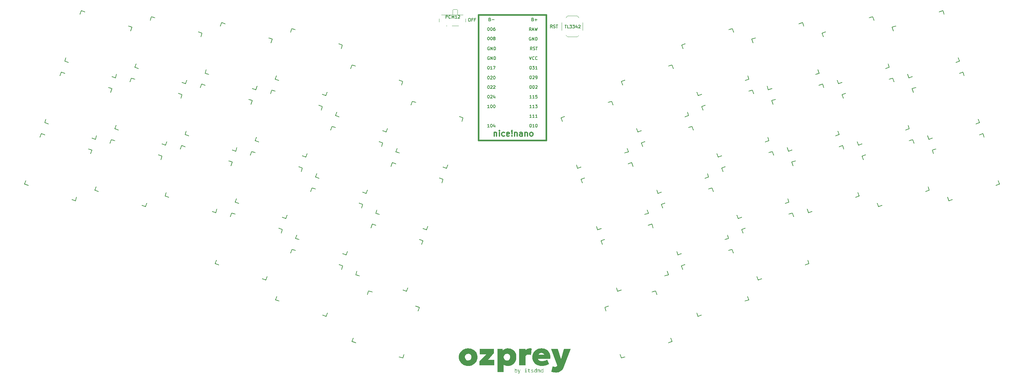
<source format=gto>
G04 #@! TF.GenerationSoftware,KiCad,Pcbnew,8.0.4*
G04 #@! TF.CreationDate,2024-08-25T16:30:50+07:00*
G04 #@! TF.ProjectId,ozprey,6f7a7072-6579-42e6-9b69-6361645f7063,1.0*
G04 #@! TF.SameCoordinates,Original*
G04 #@! TF.FileFunction,Legend,Top*
G04 #@! TF.FilePolarity,Positive*
%FSLAX46Y46*%
G04 Gerber Fmt 4.6, Leading zero omitted, Abs format (unit mm)*
G04 Created by KiCad (PCBNEW 8.0.4) date 2024-08-25 16:30:50*
%MOMM*%
%LPD*%
G01*
G04 APERTURE LIST*
%ADD10C,0.150000*%
%ADD11C,0.300000*%
%ADD12C,0.125000*%
%ADD13C,0.120000*%
%ADD14C,0.381000*%
%ADD15C,1.752600*%
%ADD16C,1.701800*%
%ADD17C,3.000000*%
%ADD18C,3.429000*%
%ADD19C,2.032000*%
%ADD20C,2.200000*%
%ADD21R,1.700000X1.000000*%
%ADD22R,1.000000X0.800000*%
%ADD23C,0.900000*%
%ADD24R,0.700000X1.500000*%
G04 APERTURE END LIST*
D10*
X131004629Y-54272127D02*
X131004629Y-53472127D01*
X131004629Y-53472127D02*
X131309391Y-53472127D01*
X131309391Y-53472127D02*
X131385581Y-53510222D01*
X131385581Y-53510222D02*
X131423676Y-53548317D01*
X131423676Y-53548317D02*
X131461772Y-53624508D01*
X131461772Y-53624508D02*
X131461772Y-53738793D01*
X131461772Y-53738793D02*
X131423676Y-53814984D01*
X131423676Y-53814984D02*
X131385581Y-53853079D01*
X131385581Y-53853079D02*
X131309391Y-53891174D01*
X131309391Y-53891174D02*
X131004629Y-53891174D01*
X132261772Y-54195936D02*
X132223676Y-54234032D01*
X132223676Y-54234032D02*
X132109391Y-54272127D01*
X132109391Y-54272127D02*
X132033200Y-54272127D01*
X132033200Y-54272127D02*
X131918914Y-54234032D01*
X131918914Y-54234032D02*
X131842724Y-54157841D01*
X131842724Y-54157841D02*
X131804629Y-54081651D01*
X131804629Y-54081651D02*
X131766533Y-53929270D01*
X131766533Y-53929270D02*
X131766533Y-53814984D01*
X131766533Y-53814984D02*
X131804629Y-53662603D01*
X131804629Y-53662603D02*
X131842724Y-53586412D01*
X131842724Y-53586412D02*
X131918914Y-53510222D01*
X131918914Y-53510222D02*
X132033200Y-53472127D01*
X132033200Y-53472127D02*
X132109391Y-53472127D01*
X132109391Y-53472127D02*
X132223676Y-53510222D01*
X132223676Y-53510222D02*
X132261772Y-53548317D01*
X132604629Y-54272127D02*
X132604629Y-53472127D01*
X132604629Y-53472127D02*
X132871295Y-54043555D01*
X132871295Y-54043555D02*
X133137962Y-53472127D01*
X133137962Y-53472127D02*
X133137962Y-54272127D01*
X133937962Y-54272127D02*
X133480819Y-54272127D01*
X133709391Y-54272127D02*
X133709391Y-53472127D01*
X133709391Y-53472127D02*
X133633200Y-53586412D01*
X133633200Y-53586412D02*
X133557010Y-53662603D01*
X133557010Y-53662603D02*
X133480819Y-53700698D01*
X134242724Y-53548317D02*
X134280820Y-53510222D01*
X134280820Y-53510222D02*
X134357010Y-53472127D01*
X134357010Y-53472127D02*
X134547486Y-53472127D01*
X134547486Y-53472127D02*
X134623677Y-53510222D01*
X134623677Y-53510222D02*
X134661772Y-53548317D01*
X134661772Y-53548317D02*
X134699867Y-53624508D01*
X134699867Y-53624508D02*
X134699867Y-53700698D01*
X134699867Y-53700698D02*
X134661772Y-53814984D01*
X134661772Y-53814984D02*
X134204629Y-54272127D01*
X134204629Y-54272127D02*
X134699867Y-54272127D01*
X162256021Y-56016900D02*
X162713164Y-56016900D01*
X162484592Y-56816900D02*
X162484592Y-56016900D01*
X163360783Y-56816900D02*
X162979831Y-56816900D01*
X162979831Y-56816900D02*
X162979831Y-56016900D01*
X163551259Y-56016900D02*
X164046497Y-56016900D01*
X164046497Y-56016900D02*
X163779831Y-56321662D01*
X163779831Y-56321662D02*
X163894116Y-56321662D01*
X163894116Y-56321662D02*
X163970307Y-56359757D01*
X163970307Y-56359757D02*
X164008402Y-56397852D01*
X164008402Y-56397852D02*
X164046497Y-56474043D01*
X164046497Y-56474043D02*
X164046497Y-56664519D01*
X164046497Y-56664519D02*
X164008402Y-56740709D01*
X164008402Y-56740709D02*
X163970307Y-56778805D01*
X163970307Y-56778805D02*
X163894116Y-56816900D01*
X163894116Y-56816900D02*
X163665545Y-56816900D01*
X163665545Y-56816900D02*
X163589354Y-56778805D01*
X163589354Y-56778805D02*
X163551259Y-56740709D01*
X164313164Y-56016900D02*
X164808402Y-56016900D01*
X164808402Y-56016900D02*
X164541736Y-56321662D01*
X164541736Y-56321662D02*
X164656021Y-56321662D01*
X164656021Y-56321662D02*
X164732212Y-56359757D01*
X164732212Y-56359757D02*
X164770307Y-56397852D01*
X164770307Y-56397852D02*
X164808402Y-56474043D01*
X164808402Y-56474043D02*
X164808402Y-56664519D01*
X164808402Y-56664519D02*
X164770307Y-56740709D01*
X164770307Y-56740709D02*
X164732212Y-56778805D01*
X164732212Y-56778805D02*
X164656021Y-56816900D01*
X164656021Y-56816900D02*
X164427450Y-56816900D01*
X164427450Y-56816900D02*
X164351259Y-56778805D01*
X164351259Y-56778805D02*
X164313164Y-56740709D01*
X165494117Y-56283566D02*
X165494117Y-56816900D01*
X165303641Y-55978805D02*
X165113164Y-56550233D01*
X165113164Y-56550233D02*
X165608403Y-56550233D01*
X165875069Y-56093090D02*
X165913165Y-56054995D01*
X165913165Y-56054995D02*
X165989355Y-56016900D01*
X165989355Y-56016900D02*
X166179831Y-56016900D01*
X166179831Y-56016900D02*
X166256022Y-56054995D01*
X166256022Y-56054995D02*
X166294117Y-56093090D01*
X166294117Y-56093090D02*
X166332212Y-56169281D01*
X166332212Y-56169281D02*
X166332212Y-56245471D01*
X166332212Y-56245471D02*
X166294117Y-56359757D01*
X166294117Y-56359757D02*
X165836974Y-56816900D01*
X165836974Y-56816900D02*
X166332212Y-56816900D01*
D11*
G36*
X137202018Y-141100223D02*
G01*
X137496701Y-141145454D01*
X137812873Y-141234068D01*
X138107064Y-141362066D01*
X138177177Y-141400220D01*
X138440318Y-141570946D01*
X138672868Y-141768050D01*
X138874826Y-141991532D01*
X139046193Y-142241392D01*
X139183396Y-142510304D01*
X139281399Y-142792404D01*
X139340200Y-143087694D01*
X139359801Y-143396172D01*
X139338675Y-143703161D01*
X139275296Y-144001492D01*
X139181015Y-144265188D01*
X139041098Y-144540410D01*
X138865163Y-144793812D01*
X138673967Y-145005244D01*
X138432733Y-145211137D01*
X138162408Y-145385513D01*
X137891413Y-145516689D01*
X137599724Y-145616380D01*
X137288858Y-145679149D01*
X136992682Y-145704071D01*
X136890505Y-145705733D01*
X136578923Y-145690656D01*
X136284029Y-145645426D01*
X135967445Y-145556811D01*
X135672659Y-145428813D01*
X135602369Y-145390660D01*
X135339777Y-145220025D01*
X135107410Y-145023196D01*
X134905269Y-144800172D01*
X134733353Y-144550953D01*
X134596790Y-144282041D01*
X134499246Y-143999941D01*
X134440719Y-143704651D01*
X134421210Y-143396172D01*
X136050798Y-143396172D01*
X136090062Y-143693507D01*
X136162173Y-143866584D01*
X136352717Y-144095035D01*
X136464057Y-144171399D01*
X136747480Y-144267931D01*
X136890505Y-144278378D01*
X137192126Y-144227814D01*
X137315488Y-144171399D01*
X137541357Y-143980730D01*
X137618838Y-143866584D01*
X137717052Y-143574736D01*
X137730212Y-143396172D01*
X137691465Y-143098131D01*
X137620303Y-142925761D01*
X137431711Y-142696680D01*
X137319884Y-142620946D01*
X137035076Y-142524414D01*
X136890505Y-142513967D01*
X136597185Y-142560039D01*
X136459661Y-142620946D01*
X136235807Y-142810986D01*
X136159242Y-142925761D01*
X136063613Y-143216947D01*
X136050798Y-143396172D01*
X134421210Y-143396172D01*
X134442163Y-143088522D01*
X134505022Y-142790223D01*
X134598531Y-142527156D01*
X134739282Y-142251935D01*
X134915705Y-141998533D01*
X135107044Y-141787101D01*
X135348278Y-141580374D01*
X135618603Y-141405509D01*
X135889598Y-141274191D01*
X136182547Y-141174499D01*
X136493527Y-141111731D01*
X136788826Y-141086808D01*
X136890505Y-141085147D01*
X137202018Y-141100223D01*
G37*
G36*
X139881503Y-145579704D02*
G01*
X139881503Y-144487938D01*
X141585830Y-142681029D01*
X139956242Y-142681029D01*
X139956242Y-141211176D01*
X143669710Y-141211176D01*
X143669710Y-142304407D01*
X142089947Y-144109850D01*
X143703415Y-144109850D01*
X143703415Y-145579704D01*
X139881503Y-145579704D01*
G37*
G36*
X147670591Y-141102641D02*
G01*
X147988289Y-141164142D01*
X148286049Y-141269926D01*
X148473478Y-141365049D01*
X148732456Y-141541389D01*
X148958745Y-141755519D01*
X149152344Y-142007439D01*
X149245774Y-142163723D01*
X149370155Y-142434741D01*
X149458998Y-142730489D01*
X149512304Y-143050966D01*
X149529795Y-143351669D01*
X149530073Y-143396172D01*
X149514331Y-143698452D01*
X149460650Y-144014099D01*
X149368872Y-144312083D01*
X149242289Y-144587761D01*
X149084190Y-144838503D01*
X148913115Y-145044812D01*
X148677154Y-145259547D01*
X148411105Y-145435539D01*
X148217023Y-145531343D01*
X147932624Y-145630630D01*
X147629524Y-145688703D01*
X147337749Y-145705733D01*
X147037697Y-145684484D01*
X146750101Y-145620736D01*
X146460660Y-145505928D01*
X146221071Y-145361350D01*
X146221071Y-147344114D01*
X144548984Y-147344114D01*
X144548984Y-143396172D01*
X146221071Y-143396172D01*
X146259301Y-143693507D01*
X146329514Y-143866584D01*
X146518736Y-144095035D01*
X146629933Y-144171399D01*
X146916064Y-144267931D01*
X147060778Y-144278378D01*
X147353467Y-144232306D01*
X147490156Y-144171399D01*
X147714640Y-143980730D01*
X147790575Y-143866584D01*
X147887497Y-143574736D01*
X147900484Y-143396172D01*
X147861221Y-143098131D01*
X147789110Y-142925761D01*
X147598566Y-142696680D01*
X147487226Y-142620946D01*
X147203803Y-142524414D01*
X147060778Y-142513967D01*
X146758464Y-142564531D01*
X146634330Y-142620946D01*
X146409783Y-142810986D01*
X146332445Y-142925761D01*
X146234231Y-143216947D01*
X146221071Y-143396172D01*
X144548984Y-143396172D01*
X144548984Y-141211176D01*
X145977805Y-141211176D01*
X145977805Y-141640555D01*
X146201642Y-141434189D01*
X146456709Y-141281744D01*
X146566919Y-141233158D01*
X146850416Y-141142963D01*
X147155757Y-141094397D01*
X147371454Y-141085147D01*
X147670591Y-141102641D01*
G37*
G36*
X150252543Y-145579704D02*
G01*
X150252543Y-141211176D01*
X151933422Y-141211176D01*
X151933422Y-141665468D01*
X152117477Y-141419331D01*
X152364645Y-141241458D01*
X152402369Y-141222900D01*
X152683427Y-141123724D01*
X152988048Y-141080086D01*
X153079410Y-141077819D01*
X153346123Y-141096870D01*
X153567407Y-141136438D01*
X153378363Y-142858350D01*
X153088569Y-142769392D01*
X153044239Y-142760164D01*
X152744624Y-142724422D01*
X152689598Y-142723528D01*
X152389912Y-142767858D01*
X152147379Y-142900848D01*
X151980434Y-143144769D01*
X151933422Y-143454791D01*
X151933422Y-145579704D01*
X150252543Y-145579704D01*
G37*
G36*
X156499520Y-141101839D02*
G01*
X156803720Y-141151917D01*
X157087054Y-141235379D01*
X157235446Y-141296172D01*
X157509904Y-141443462D01*
X157752592Y-141623382D01*
X157963509Y-141835930D01*
X158001880Y-141882355D01*
X158171667Y-142129708D01*
X158303673Y-142402822D01*
X158397897Y-142701695D01*
X158412208Y-142764560D01*
X158455717Y-143056138D01*
X158462595Y-143362089D01*
X158432842Y-143682415D01*
X158400484Y-143866584D01*
X155251217Y-143866584D01*
X155371906Y-144143653D01*
X155394832Y-144168468D01*
X155648210Y-144337375D01*
X155737749Y-144372167D01*
X156028665Y-144435136D01*
X156225746Y-144445440D01*
X156540663Y-144430203D01*
X156837683Y-144384492D01*
X156968733Y-144353116D01*
X157247818Y-144260205D01*
X157525452Y-144131500D01*
X157653101Y-144060025D01*
X158141099Y-145167910D01*
X157879429Y-145325355D01*
X157614999Y-145437554D01*
X157316229Y-145534727D01*
X157022726Y-145608382D01*
X156905718Y-145632460D01*
X156605536Y-145679901D01*
X156297950Y-145703944D01*
X156192041Y-145705733D01*
X155879025Y-145691848D01*
X155583681Y-145650194D01*
X155267784Y-145568587D01*
X154974967Y-145450709D01*
X154905369Y-145415572D01*
X154645892Y-145256112D01*
X154417006Y-145067893D01*
X154218711Y-144850913D01*
X154051008Y-144605175D01*
X153918292Y-144333973D01*
X153823496Y-144040607D01*
X153766618Y-143725076D01*
X153747954Y-143430804D01*
X153747658Y-143387380D01*
X153764975Y-143078002D01*
X153816924Y-142785512D01*
X153820361Y-142774819D01*
X155359661Y-142774819D01*
X156822187Y-142774819D01*
X156722256Y-142492206D01*
X156628747Y-142405523D01*
X156357706Y-142285611D01*
X156124630Y-142261909D01*
X155831905Y-142297812D01*
X155592669Y-142405523D01*
X155397112Y-142628699D01*
X155359661Y-142774819D01*
X153820361Y-142774819D01*
X153914069Y-142483277D01*
X153924979Y-142456814D01*
X154065210Y-142180334D01*
X154240075Y-141931213D01*
X154429096Y-141728482D01*
X154667449Y-141534192D01*
X154933161Y-141372456D01*
X155198461Y-141253674D01*
X155483939Y-141164802D01*
X155787162Y-141108846D01*
X156108132Y-141085805D01*
X156174455Y-141085147D01*
X156499520Y-141101839D01*
G37*
G36*
X159962662Y-147452558D02*
G01*
X159668540Y-147439935D01*
X159360880Y-147398397D01*
X159300275Y-147386612D01*
X159013888Y-147311994D01*
X158740352Y-147201169D01*
X158724350Y-147193172D01*
X159071664Y-145798057D01*
X159350476Y-145898575D01*
X159382341Y-145906500D01*
X159681323Y-145948625D01*
X159710603Y-145948999D01*
X160006663Y-145899965D01*
X160056451Y-145880122D01*
X160254250Y-145662609D01*
X160264546Y-145629529D01*
X160282131Y-145563583D01*
X158601252Y-141211176D01*
X160416953Y-141211176D01*
X161231748Y-143958908D01*
X162020163Y-141211176D01*
X163793367Y-141211176D01*
X162028956Y-145890380D01*
X161907598Y-146163688D01*
X161757714Y-146436126D01*
X161574589Y-146695329D01*
X161476479Y-146807757D01*
X161248044Y-147020827D01*
X161004024Y-147188529D01*
X160768663Y-147301616D01*
X160474656Y-147393596D01*
X160170757Y-147443124D01*
X159962662Y-147452558D01*
G37*
D10*
X137157010Y-54263967D02*
X137309391Y-54263967D01*
X137309391Y-54263967D02*
X137385581Y-54302062D01*
X137385581Y-54302062D02*
X137461772Y-54378252D01*
X137461772Y-54378252D02*
X137499867Y-54530633D01*
X137499867Y-54530633D02*
X137499867Y-54797300D01*
X137499867Y-54797300D02*
X137461772Y-54949681D01*
X137461772Y-54949681D02*
X137385581Y-55025872D01*
X137385581Y-55025872D02*
X137309391Y-55063967D01*
X137309391Y-55063967D02*
X137157010Y-55063967D01*
X137157010Y-55063967D02*
X137080819Y-55025872D01*
X137080819Y-55025872D02*
X137004629Y-54949681D01*
X137004629Y-54949681D02*
X136966533Y-54797300D01*
X136966533Y-54797300D02*
X136966533Y-54530633D01*
X136966533Y-54530633D02*
X137004629Y-54378252D01*
X137004629Y-54378252D02*
X137080819Y-54302062D01*
X137080819Y-54302062D02*
X137157010Y-54263967D01*
X138109390Y-54644919D02*
X137842724Y-54644919D01*
X137842724Y-55063967D02*
X137842724Y-54263967D01*
X137842724Y-54263967D02*
X138223676Y-54263967D01*
X138795104Y-54644919D02*
X138528438Y-54644919D01*
X138528438Y-55063967D02*
X138528438Y-54263967D01*
X138528438Y-54263967D02*
X138909390Y-54263967D01*
D11*
G36*
X137202018Y-141100223D02*
G01*
X137496701Y-141145454D01*
X137812873Y-141234068D01*
X138107064Y-141362066D01*
X138177177Y-141400220D01*
X138440318Y-141570946D01*
X138672868Y-141768050D01*
X138874826Y-141991532D01*
X139046193Y-142241392D01*
X139183396Y-142510304D01*
X139281399Y-142792404D01*
X139340200Y-143087694D01*
X139359801Y-143396172D01*
X139338675Y-143703161D01*
X139275296Y-144001492D01*
X139181015Y-144265188D01*
X139041098Y-144540410D01*
X138865163Y-144793812D01*
X138673967Y-145005244D01*
X138432733Y-145211137D01*
X138162408Y-145385513D01*
X137891413Y-145516689D01*
X137599724Y-145616380D01*
X137288858Y-145679149D01*
X136992682Y-145704071D01*
X136890505Y-145705733D01*
X136578923Y-145690656D01*
X136284029Y-145645426D01*
X135967445Y-145556811D01*
X135672659Y-145428813D01*
X135602369Y-145390660D01*
X135339777Y-145220025D01*
X135107410Y-145023196D01*
X134905269Y-144800172D01*
X134733353Y-144550953D01*
X134596790Y-144282041D01*
X134499246Y-143999941D01*
X134440719Y-143704651D01*
X134421210Y-143396172D01*
X136050798Y-143396172D01*
X136090062Y-143693507D01*
X136162173Y-143866584D01*
X136352717Y-144095035D01*
X136464057Y-144171399D01*
X136747480Y-144267931D01*
X136890505Y-144278378D01*
X137192126Y-144227814D01*
X137315488Y-144171399D01*
X137541357Y-143980730D01*
X137618838Y-143866584D01*
X137717052Y-143574736D01*
X137730212Y-143396172D01*
X137691465Y-143098131D01*
X137620303Y-142925761D01*
X137431711Y-142696680D01*
X137319884Y-142620946D01*
X137035076Y-142524414D01*
X136890505Y-142513967D01*
X136597185Y-142560039D01*
X136459661Y-142620946D01*
X136235807Y-142810986D01*
X136159242Y-142925761D01*
X136063613Y-143216947D01*
X136050798Y-143396172D01*
X134421210Y-143396172D01*
X134442163Y-143088522D01*
X134505022Y-142790223D01*
X134598531Y-142527156D01*
X134739282Y-142251935D01*
X134915705Y-141998533D01*
X135107044Y-141787101D01*
X135348278Y-141580374D01*
X135618603Y-141405509D01*
X135889598Y-141274191D01*
X136182547Y-141174499D01*
X136493527Y-141111731D01*
X136788826Y-141086808D01*
X136890505Y-141085147D01*
X137202018Y-141100223D01*
G37*
G36*
X139881503Y-145579704D02*
G01*
X139881503Y-144487938D01*
X141585830Y-142681029D01*
X139956242Y-142681029D01*
X139956242Y-141211176D01*
X143669710Y-141211176D01*
X143669710Y-142304407D01*
X142089947Y-144109850D01*
X143703415Y-144109850D01*
X143703415Y-145579704D01*
X139881503Y-145579704D01*
G37*
G36*
X147670591Y-141102641D02*
G01*
X147988289Y-141164142D01*
X148286049Y-141269926D01*
X148473478Y-141365049D01*
X148732456Y-141541389D01*
X148958745Y-141755519D01*
X149152344Y-142007439D01*
X149245774Y-142163723D01*
X149370155Y-142434741D01*
X149458998Y-142730489D01*
X149512304Y-143050966D01*
X149529795Y-143351669D01*
X149530073Y-143396172D01*
X149514331Y-143698452D01*
X149460650Y-144014099D01*
X149368872Y-144312083D01*
X149242289Y-144587761D01*
X149084190Y-144838503D01*
X148913115Y-145044812D01*
X148677154Y-145259547D01*
X148411105Y-145435539D01*
X148217023Y-145531343D01*
X147932624Y-145630630D01*
X147629524Y-145688703D01*
X147337749Y-145705733D01*
X147037697Y-145684484D01*
X146750101Y-145620736D01*
X146460660Y-145505928D01*
X146221071Y-145361350D01*
X146221071Y-147344114D01*
X144548984Y-147344114D01*
X144548984Y-143396172D01*
X146221071Y-143396172D01*
X146259301Y-143693507D01*
X146329514Y-143866584D01*
X146518736Y-144095035D01*
X146629933Y-144171399D01*
X146916064Y-144267931D01*
X147060778Y-144278378D01*
X147353467Y-144232306D01*
X147490156Y-144171399D01*
X147714640Y-143980730D01*
X147790575Y-143866584D01*
X147887497Y-143574736D01*
X147900484Y-143396172D01*
X147861221Y-143098131D01*
X147789110Y-142925761D01*
X147598566Y-142696680D01*
X147487226Y-142620946D01*
X147203803Y-142524414D01*
X147060778Y-142513967D01*
X146758464Y-142564531D01*
X146634330Y-142620946D01*
X146409783Y-142810986D01*
X146332445Y-142925761D01*
X146234231Y-143216947D01*
X146221071Y-143396172D01*
X144548984Y-143396172D01*
X144548984Y-141211176D01*
X145977805Y-141211176D01*
X145977805Y-141640555D01*
X146201642Y-141434189D01*
X146456709Y-141281744D01*
X146566919Y-141233158D01*
X146850416Y-141142963D01*
X147155757Y-141094397D01*
X147371454Y-141085147D01*
X147670591Y-141102641D01*
G37*
G36*
X150252543Y-145579704D02*
G01*
X150252543Y-141211176D01*
X151933422Y-141211176D01*
X151933422Y-141665468D01*
X152117477Y-141419331D01*
X152364645Y-141241458D01*
X152402369Y-141222900D01*
X152683427Y-141123724D01*
X152988048Y-141080086D01*
X153079410Y-141077819D01*
X153346123Y-141096870D01*
X153567407Y-141136438D01*
X153378363Y-142858350D01*
X153088569Y-142769392D01*
X153044239Y-142760164D01*
X152744624Y-142724422D01*
X152689598Y-142723528D01*
X152389912Y-142767858D01*
X152147379Y-142900848D01*
X151980434Y-143144769D01*
X151933422Y-143454791D01*
X151933422Y-145579704D01*
X150252543Y-145579704D01*
G37*
G36*
X156499520Y-141101839D02*
G01*
X156803720Y-141151917D01*
X157087054Y-141235379D01*
X157235446Y-141296172D01*
X157509904Y-141443462D01*
X157752592Y-141623382D01*
X157963509Y-141835930D01*
X158001880Y-141882355D01*
X158171667Y-142129708D01*
X158303673Y-142402822D01*
X158397897Y-142701695D01*
X158412208Y-142764560D01*
X158455717Y-143056138D01*
X158462595Y-143362089D01*
X158432842Y-143682415D01*
X158400484Y-143866584D01*
X155251217Y-143866584D01*
X155371906Y-144143653D01*
X155394832Y-144168468D01*
X155648210Y-144337375D01*
X155737749Y-144372167D01*
X156028665Y-144435136D01*
X156225746Y-144445440D01*
X156540663Y-144430203D01*
X156837683Y-144384492D01*
X156968733Y-144353116D01*
X157247818Y-144260205D01*
X157525452Y-144131500D01*
X157653101Y-144060025D01*
X158141099Y-145167910D01*
X157879429Y-145325355D01*
X157614999Y-145437554D01*
X157316229Y-145534727D01*
X157022726Y-145608382D01*
X156905718Y-145632460D01*
X156605536Y-145679901D01*
X156297950Y-145703944D01*
X156192041Y-145705733D01*
X155879025Y-145691848D01*
X155583681Y-145650194D01*
X155267784Y-145568587D01*
X154974967Y-145450709D01*
X154905369Y-145415572D01*
X154645892Y-145256112D01*
X154417006Y-145067893D01*
X154218711Y-144850913D01*
X154051008Y-144605175D01*
X153918292Y-144333973D01*
X153823496Y-144040607D01*
X153766618Y-143725076D01*
X153747954Y-143430804D01*
X153747658Y-143387380D01*
X153764975Y-143078002D01*
X153816924Y-142785512D01*
X153820361Y-142774819D01*
X155359661Y-142774819D01*
X156822187Y-142774819D01*
X156722256Y-142492206D01*
X156628747Y-142405523D01*
X156357706Y-142285611D01*
X156124630Y-142261909D01*
X155831905Y-142297812D01*
X155592669Y-142405523D01*
X155397112Y-142628699D01*
X155359661Y-142774819D01*
X153820361Y-142774819D01*
X153914069Y-142483277D01*
X153924979Y-142456814D01*
X154065210Y-142180334D01*
X154240075Y-141931213D01*
X154429096Y-141728482D01*
X154667449Y-141534192D01*
X154933161Y-141372456D01*
X155198461Y-141253674D01*
X155483939Y-141164802D01*
X155787162Y-141108846D01*
X156108132Y-141085805D01*
X156174455Y-141085147D01*
X156499520Y-141101839D01*
G37*
G36*
X159962662Y-147452558D02*
G01*
X159668540Y-147439935D01*
X159360880Y-147398397D01*
X159300275Y-147386612D01*
X159013888Y-147311994D01*
X158740352Y-147201169D01*
X158724350Y-147193172D01*
X159071664Y-145798057D01*
X159350476Y-145898575D01*
X159382341Y-145906500D01*
X159681323Y-145948625D01*
X159710603Y-145948999D01*
X160006663Y-145899965D01*
X160056451Y-145880122D01*
X160254250Y-145662609D01*
X160264546Y-145629529D01*
X160282131Y-145563583D01*
X158601252Y-141211176D01*
X160416953Y-141211176D01*
X161231748Y-143958908D01*
X162020163Y-141211176D01*
X163793367Y-141211176D01*
X162028956Y-145890380D01*
X161907598Y-146163688D01*
X161757714Y-146436126D01*
X161574589Y-146695329D01*
X161476479Y-146807757D01*
X161248044Y-147020827D01*
X161004024Y-147188529D01*
X160768663Y-147301616D01*
X160474656Y-147393596D01*
X160170757Y-147443124D01*
X159962662Y-147452558D01*
G37*
D12*
G36*
X149266046Y-146770736D02*
G01*
X149298630Y-146730516D01*
X149335197Y-146697784D01*
X149361789Y-146680122D01*
X149408052Y-146659406D01*
X149457540Y-146649251D01*
X149481468Y-146648126D01*
X149535274Y-146652029D01*
X149582937Y-146663737D01*
X149628689Y-146685900D01*
X149644867Y-146697463D01*
X149680654Y-146732259D01*
X149709858Y-146774972D01*
X149730513Y-146820185D01*
X149736213Y-146836682D01*
X149750145Y-146889479D01*
X149758701Y-146940400D01*
X149763655Y-146995076D01*
X149765034Y-147045998D01*
X149763398Y-147095337D01*
X149757521Y-147148777D01*
X149747369Y-147199072D01*
X149732944Y-147246222D01*
X149730840Y-147251895D01*
X149709036Y-147299656D01*
X149682094Y-147341273D01*
X149646130Y-147380309D01*
X149629968Y-147393800D01*
X149585265Y-147420977D01*
X149534503Y-147438088D01*
X149483638Y-147444882D01*
X149465592Y-147445335D01*
X149410815Y-147440742D01*
X149361461Y-147426962D01*
X149317530Y-147403997D01*
X149279021Y-147371845D01*
X149259451Y-147349348D01*
X149250903Y-147429704D01*
X149145390Y-147429704D01*
X149145390Y-146875028D01*
X149266046Y-146875028D01*
X149266046Y-147248231D01*
X149296958Y-147286406D01*
X149337502Y-147317898D01*
X149340296Y-147319550D01*
X149386885Y-147339150D01*
X149436772Y-147345684D01*
X149486619Y-147339849D01*
X149533894Y-147319680D01*
X149572629Y-147285105D01*
X149582585Y-147271923D01*
X149607261Y-147224211D01*
X149622415Y-147171355D01*
X149630441Y-147117042D01*
X149633432Y-147064497D01*
X149633631Y-147045754D01*
X149632067Y-146992502D01*
X149625111Y-146929648D01*
X149612592Y-146876105D01*
X149589118Y-146822272D01*
X149556950Y-146782988D01*
X149506873Y-146755052D01*
X149455578Y-146747777D01*
X149406680Y-146754308D01*
X149359610Y-146775946D01*
X149344204Y-146787345D01*
X149308092Y-146820904D01*
X149275875Y-146860200D01*
X149266046Y-146875028D01*
X149145390Y-146875028D01*
X149145390Y-146355768D01*
X149266046Y-146340625D01*
X149266046Y-146770736D01*
G37*
G36*
X150635027Y-146663758D02*
G01*
X150369291Y-147434588D01*
X150351292Y-147481867D01*
X150330575Y-147526618D01*
X150304645Y-147572924D01*
X150302124Y-147576982D01*
X150271364Y-147618854D01*
X150234831Y-147655473D01*
X150196611Y-147684205D01*
X150152619Y-147707618D01*
X150101853Y-147724734D01*
X150050371Y-147734754D01*
X150031992Y-147736961D01*
X150013185Y-147639752D01*
X150063161Y-147629069D01*
X150112103Y-147612275D01*
X150136772Y-147599697D01*
X150177194Y-147569105D01*
X150208091Y-147531064D01*
X150231425Y-147487991D01*
X150250686Y-147440721D01*
X150254497Y-147429704D01*
X150214197Y-147429704D01*
X149950170Y-146663758D01*
X150079375Y-146663758D01*
X150296018Y-147336891D01*
X150509975Y-146663758D01*
X150635027Y-146663758D01*
G37*
G36*
X152014022Y-146304232D02*
G01*
X152061480Y-146315892D01*
X152078014Y-146328901D01*
X152101037Y-146374154D01*
X152102194Y-146389229D01*
X152088593Y-146437955D01*
X152078014Y-146451267D01*
X152033043Y-146474622D01*
X152014022Y-146476179D01*
X151966317Y-146463309D01*
X151951496Y-146451267D01*
X151928598Y-146406937D01*
X151927072Y-146389229D01*
X151940810Y-146341922D01*
X151951496Y-146328901D01*
X151995826Y-146305774D01*
X152014022Y-146304232D01*
G37*
G36*
X152110254Y-146663758D02*
G01*
X152110254Y-147330052D01*
X152323478Y-147330052D01*
X152323478Y-147429704D01*
X151756102Y-147429704D01*
X151756102Y-147330052D01*
X151989598Y-147330052D01*
X151989598Y-146763409D01*
X151763429Y-146763409D01*
X151763429Y-146663758D01*
X152110254Y-146663758D01*
G37*
G36*
X153188342Y-147391113D02*
G01*
X153142583Y-147415122D01*
X153094308Y-147430925D01*
X153046383Y-147440776D01*
X152995865Y-147445208D01*
X152985865Y-147445335D01*
X152935208Y-147442273D01*
X152883841Y-147431274D01*
X152834373Y-147409340D01*
X152797798Y-147381343D01*
X152765920Y-147342293D01*
X152744474Y-147297409D01*
X152733462Y-147246690D01*
X152731852Y-147215991D01*
X152731852Y-146763409D01*
X152557951Y-146763409D01*
X152557951Y-146663758D01*
X152731852Y-146663758D01*
X152731852Y-146489857D01*
X152852508Y-146475447D01*
X152852508Y-146663758D01*
X153113848Y-146663758D01*
X153099437Y-146763409D01*
X152852508Y-146763409D01*
X152852508Y-147215747D01*
X152858866Y-147265515D01*
X152883681Y-147310361D01*
X152885725Y-147312467D01*
X152930177Y-147337380D01*
X152982480Y-147345392D01*
X152996611Y-147345684D01*
X153047158Y-147341772D01*
X153075013Y-147335670D01*
X153121956Y-147319130D01*
X153141691Y-147309780D01*
X153188342Y-147391113D01*
G37*
G36*
X153705892Y-147345684D02*
G01*
X153757021Y-147342488D01*
X153804778Y-147331589D01*
X153843645Y-147312955D01*
X153879760Y-147277174D01*
X153893910Y-147227768D01*
X153893959Y-147224295D01*
X153885575Y-147174535D01*
X153881259Y-147164700D01*
X153847736Y-147128979D01*
X153829968Y-147118294D01*
X153784612Y-147098938D01*
X153735113Y-147083608D01*
X153711022Y-147077261D01*
X153659545Y-147063077D01*
X153612916Y-147047393D01*
X153574734Y-147031832D01*
X153529207Y-147006233D01*
X153491322Y-146972269D01*
X153485097Y-146964665D01*
X153462131Y-146920319D01*
X153453382Y-146869148D01*
X153453101Y-146856954D01*
X153459399Y-146805775D01*
X153481171Y-146756478D01*
X153514063Y-146718922D01*
X153532724Y-146704302D01*
X153575650Y-146679725D01*
X153624560Y-146662170D01*
X153679453Y-146651637D01*
X153732394Y-146648181D01*
X153740331Y-146648126D01*
X153789839Y-146650097D01*
X153840453Y-146656909D01*
X153890783Y-146670022D01*
X153899333Y-146673039D01*
X153947372Y-146693166D01*
X153992904Y-146718226D01*
X154014615Y-146733123D01*
X153961615Y-146823981D01*
X153919680Y-146795416D01*
X153873559Y-146772003D01*
X153867093Y-146769271D01*
X153817505Y-146754578D01*
X153768526Y-146748533D01*
X153741796Y-146747777D01*
X153691264Y-146750520D01*
X153640619Y-146762288D01*
X153615523Y-146775865D01*
X153584321Y-146814699D01*
X153578153Y-146847917D01*
X153590246Y-146895346D01*
X153596472Y-146904093D01*
X153635926Y-146933421D01*
X153658509Y-146943660D01*
X153706795Y-146960723D01*
X153755934Y-146975532D01*
X153779165Y-146982006D01*
X153827822Y-146996809D01*
X153875833Y-147014933D01*
X153908370Y-147029878D01*
X153951947Y-147057300D01*
X153988158Y-147093944D01*
X153994099Y-147102174D01*
X154016013Y-147149697D01*
X154024152Y-147200348D01*
X154024629Y-147217701D01*
X154019204Y-147269842D01*
X154000908Y-147318494D01*
X153978712Y-147349348D01*
X153940461Y-147383236D01*
X153894585Y-147409431D01*
X153859765Y-147422620D01*
X153808745Y-147435553D01*
X153755762Y-147443117D01*
X153705892Y-147445335D01*
X153656494Y-147443473D01*
X153605447Y-147436925D01*
X153554346Y-147424122D01*
X153531015Y-147415537D01*
X153484221Y-147393580D01*
X153439427Y-147366268D01*
X153410114Y-147343486D01*
X153478991Y-147264107D01*
X153520578Y-147293332D01*
X153567121Y-147317321D01*
X153581329Y-147323214D01*
X153629812Y-147337762D01*
X153681197Y-147344894D01*
X153705892Y-147345684D01*
G37*
G36*
X154882655Y-146355768D02*
G01*
X154882655Y-147429704D01*
X154776897Y-147429704D01*
X154765418Y-147326877D01*
X154734868Y-147365157D01*
X154698117Y-147398096D01*
X154668209Y-147416759D01*
X154622349Y-147435261D01*
X154574071Y-147444330D01*
X154550973Y-147445335D01*
X154498330Y-147441374D01*
X154446228Y-147427683D01*
X154400852Y-147404213D01*
X154388551Y-147395265D01*
X154351905Y-147360108D01*
X154321652Y-147317222D01*
X154299889Y-147272018D01*
X154293785Y-147255558D01*
X154278909Y-147202858D01*
X154269772Y-147152185D01*
X154264483Y-147097910D01*
X154263017Y-147047708D01*
X154394413Y-147047708D01*
X154396008Y-147100959D01*
X154403097Y-147163814D01*
X154415857Y-147217356D01*
X154439781Y-147271190D01*
X154472567Y-147310474D01*
X154523606Y-147338409D01*
X154575885Y-147345684D01*
X154624896Y-147339718D01*
X154671004Y-147319950D01*
X154685795Y-147309536D01*
X154722981Y-147275943D01*
X154756183Y-147235593D01*
X154761999Y-147226982D01*
X154761999Y-146850604D01*
X154730128Y-146809638D01*
X154689980Y-146776589D01*
X154687260Y-146774888D01*
X154641343Y-146754555D01*
X154591029Y-146747777D01*
X154541181Y-146753670D01*
X154493906Y-146774040D01*
X154455171Y-146808959D01*
X154445216Y-146822272D01*
X154420658Y-146870222D01*
X154405576Y-146922997D01*
X154397588Y-146977015D01*
X154394611Y-147029139D01*
X154394413Y-147047708D01*
X154263017Y-147047708D01*
X154263010Y-147047463D01*
X154264693Y-146998410D01*
X154270738Y-146945211D01*
X154281180Y-146895064D01*
X154296018Y-146847971D01*
X154298181Y-146842299D01*
X154320438Y-146794519D01*
X154347641Y-146752844D01*
X154383666Y-146713698D01*
X154399786Y-146700150D01*
X154443931Y-146672716D01*
X154493324Y-146655442D01*
X154542263Y-146648584D01*
X154559521Y-146648126D01*
X154612120Y-146652509D01*
X154660066Y-146665657D01*
X154709167Y-146691417D01*
X154747146Y-146723349D01*
X154761999Y-146739717D01*
X154761999Y-146340625D01*
X154882655Y-146355768D01*
G37*
G36*
X155668628Y-146648126D02*
G01*
X155716957Y-146655746D01*
X155738237Y-146664246D01*
X155775599Y-146695826D01*
X155793436Y-146726040D01*
X155808129Y-146774092D01*
X155813901Y-146823194D01*
X155814929Y-146859641D01*
X155814929Y-147429704D01*
X155703066Y-147429704D01*
X155703066Y-146882844D01*
X155701615Y-146831269D01*
X155694814Y-146781552D01*
X155694273Y-146779529D01*
X155654630Y-146748274D01*
X155644936Y-146747777D01*
X155596359Y-146759512D01*
X155577281Y-146770492D01*
X155540290Y-146804968D01*
X155512801Y-146844498D01*
X155512801Y-147429704D01*
X155399961Y-147429704D01*
X155399961Y-146882844D01*
X155398550Y-146831269D01*
X155391938Y-146781552D01*
X155391412Y-146779529D01*
X155351582Y-146748274D01*
X155341831Y-146747777D01*
X155292408Y-146759512D01*
X155273687Y-146770492D01*
X155237288Y-146804968D01*
X155209940Y-146844498D01*
X155209940Y-147429704D01*
X155098565Y-147429704D01*
X155098565Y-146663758D01*
X155193331Y-146663758D01*
X155200414Y-146763409D01*
X155228958Y-146723658D01*
X155262654Y-146687709D01*
X155269779Y-146681343D01*
X155312705Y-146656431D01*
X155361266Y-146648159D01*
X155364790Y-146648126D01*
X155414232Y-146656220D01*
X155445879Y-146671085D01*
X155480709Y-146707680D01*
X155500905Y-146756139D01*
X155502054Y-146760234D01*
X155530525Y-146720069D01*
X155566841Y-146683097D01*
X155571664Y-146679145D01*
X155615322Y-146655881D01*
X155665014Y-146648157D01*
X155668628Y-146648126D01*
G37*
G36*
X156604078Y-146355768D02*
G01*
X156604078Y-147429704D01*
X156498321Y-147429704D01*
X156486842Y-147326877D01*
X156456291Y-147365157D01*
X156419540Y-147398096D01*
X156389633Y-147416759D01*
X156343773Y-147435261D01*
X156295494Y-147444330D01*
X156272396Y-147445335D01*
X156219754Y-147441374D01*
X156167652Y-147427683D01*
X156122276Y-147404213D01*
X156109975Y-147395265D01*
X156073329Y-147360108D01*
X156043075Y-147317222D01*
X156021312Y-147272018D01*
X156015209Y-147255558D01*
X156000332Y-147202858D01*
X155991196Y-147152185D01*
X155985907Y-147097910D01*
X155984441Y-147047708D01*
X156115837Y-147047708D01*
X156117432Y-147100959D01*
X156124520Y-147163814D01*
X156137280Y-147217356D01*
X156161205Y-147271190D01*
X156193990Y-147310474D01*
X156245029Y-147338409D01*
X156297309Y-147345684D01*
X156346319Y-147339718D01*
X156392428Y-147319950D01*
X156407218Y-147309536D01*
X156444404Y-147275943D01*
X156477606Y-147235593D01*
X156483422Y-147226982D01*
X156483422Y-146850604D01*
X156451551Y-146809638D01*
X156411404Y-146776589D01*
X156408684Y-146774888D01*
X156362766Y-146754555D01*
X156312452Y-146747777D01*
X156262604Y-146753670D01*
X156215330Y-146774040D01*
X156176595Y-146808959D01*
X156166639Y-146822272D01*
X156142081Y-146870222D01*
X156126999Y-146922997D01*
X156119012Y-146977015D01*
X156116035Y-147029139D01*
X156115837Y-147047708D01*
X155984441Y-147047708D01*
X155984434Y-147047463D01*
X155986117Y-146998410D01*
X155992162Y-146945211D01*
X156002603Y-146895064D01*
X156017441Y-146847971D01*
X156019605Y-146842299D01*
X156041862Y-146794519D01*
X156069064Y-146752844D01*
X156105090Y-146713698D01*
X156121210Y-146700150D01*
X156165355Y-146672716D01*
X156214747Y-146655442D01*
X156263687Y-146648584D01*
X156280945Y-146648126D01*
X156333543Y-146652509D01*
X156381490Y-146665657D01*
X156430590Y-146691417D01*
X156468569Y-146723349D01*
X156483422Y-146739717D01*
X156483422Y-146340625D01*
X156604078Y-146355768D01*
G37*
D10*
X158961772Y-56772127D02*
X158695105Y-56391174D01*
X158504629Y-56772127D02*
X158504629Y-55972127D01*
X158504629Y-55972127D02*
X158809391Y-55972127D01*
X158809391Y-55972127D02*
X158885581Y-56010222D01*
X158885581Y-56010222D02*
X158923676Y-56048317D01*
X158923676Y-56048317D02*
X158961772Y-56124508D01*
X158961772Y-56124508D02*
X158961772Y-56238793D01*
X158961772Y-56238793D02*
X158923676Y-56314984D01*
X158923676Y-56314984D02*
X158885581Y-56353079D01*
X158885581Y-56353079D02*
X158809391Y-56391174D01*
X158809391Y-56391174D02*
X158504629Y-56391174D01*
X159266533Y-56734032D02*
X159380819Y-56772127D01*
X159380819Y-56772127D02*
X159571295Y-56772127D01*
X159571295Y-56772127D02*
X159647486Y-56734032D01*
X159647486Y-56734032D02*
X159685581Y-56695936D01*
X159685581Y-56695936D02*
X159723676Y-56619746D01*
X159723676Y-56619746D02*
X159723676Y-56543555D01*
X159723676Y-56543555D02*
X159685581Y-56467365D01*
X159685581Y-56467365D02*
X159647486Y-56429270D01*
X159647486Y-56429270D02*
X159571295Y-56391174D01*
X159571295Y-56391174D02*
X159418914Y-56353079D01*
X159418914Y-56353079D02*
X159342724Y-56314984D01*
X159342724Y-56314984D02*
X159304629Y-56276889D01*
X159304629Y-56276889D02*
X159266533Y-56200698D01*
X159266533Y-56200698D02*
X159266533Y-56124508D01*
X159266533Y-56124508D02*
X159304629Y-56048317D01*
X159304629Y-56048317D02*
X159342724Y-56010222D01*
X159342724Y-56010222D02*
X159418914Y-55972127D01*
X159418914Y-55972127D02*
X159609391Y-55972127D01*
X159609391Y-55972127D02*
X159723676Y-56010222D01*
X159952248Y-55972127D02*
X160409391Y-55972127D01*
X160180819Y-56772127D02*
X160180819Y-55972127D01*
D12*
G36*
X149266046Y-146770736D02*
G01*
X149298630Y-146730516D01*
X149335197Y-146697784D01*
X149361789Y-146680122D01*
X149408052Y-146659406D01*
X149457540Y-146649251D01*
X149481468Y-146648126D01*
X149535274Y-146652029D01*
X149582937Y-146663737D01*
X149628689Y-146685900D01*
X149644867Y-146697463D01*
X149680654Y-146732259D01*
X149709858Y-146774972D01*
X149730513Y-146820185D01*
X149736213Y-146836682D01*
X149750145Y-146889479D01*
X149758701Y-146940400D01*
X149763655Y-146995076D01*
X149765034Y-147045998D01*
X149763398Y-147095337D01*
X149757521Y-147148777D01*
X149747369Y-147199072D01*
X149732944Y-147246222D01*
X149730840Y-147251895D01*
X149709036Y-147299656D01*
X149682094Y-147341273D01*
X149646130Y-147380309D01*
X149629968Y-147393800D01*
X149585265Y-147420977D01*
X149534503Y-147438088D01*
X149483638Y-147444882D01*
X149465592Y-147445335D01*
X149410815Y-147440742D01*
X149361461Y-147426962D01*
X149317530Y-147403997D01*
X149279021Y-147371845D01*
X149259451Y-147349348D01*
X149250903Y-147429704D01*
X149145390Y-147429704D01*
X149145390Y-146875028D01*
X149266046Y-146875028D01*
X149266046Y-147248231D01*
X149296958Y-147286406D01*
X149337502Y-147317898D01*
X149340296Y-147319550D01*
X149386885Y-147339150D01*
X149436772Y-147345684D01*
X149486619Y-147339849D01*
X149533894Y-147319680D01*
X149572629Y-147285105D01*
X149582585Y-147271923D01*
X149607261Y-147224211D01*
X149622415Y-147171355D01*
X149630441Y-147117042D01*
X149633432Y-147064497D01*
X149633631Y-147045754D01*
X149632067Y-146992502D01*
X149625111Y-146929648D01*
X149612592Y-146876105D01*
X149589118Y-146822272D01*
X149556950Y-146782988D01*
X149506873Y-146755052D01*
X149455578Y-146747777D01*
X149406680Y-146754308D01*
X149359610Y-146775946D01*
X149344204Y-146787345D01*
X149308092Y-146820904D01*
X149275875Y-146860200D01*
X149266046Y-146875028D01*
X149145390Y-146875028D01*
X149145390Y-146355768D01*
X149266046Y-146340625D01*
X149266046Y-146770736D01*
G37*
G36*
X150635027Y-146663758D02*
G01*
X150369291Y-147434588D01*
X150351292Y-147481867D01*
X150330575Y-147526618D01*
X150304645Y-147572924D01*
X150302124Y-147576982D01*
X150271364Y-147618854D01*
X150234831Y-147655473D01*
X150196611Y-147684205D01*
X150152619Y-147707618D01*
X150101853Y-147724734D01*
X150050371Y-147734754D01*
X150031992Y-147736961D01*
X150013185Y-147639752D01*
X150063161Y-147629069D01*
X150112103Y-147612275D01*
X150136772Y-147599697D01*
X150177194Y-147569105D01*
X150208091Y-147531064D01*
X150231425Y-147487991D01*
X150250686Y-147440721D01*
X150254497Y-147429704D01*
X150214197Y-147429704D01*
X149950170Y-146663758D01*
X150079375Y-146663758D01*
X150296018Y-147336891D01*
X150509975Y-146663758D01*
X150635027Y-146663758D01*
G37*
G36*
X152014022Y-146304232D02*
G01*
X152061480Y-146315892D01*
X152078014Y-146328901D01*
X152101037Y-146374154D01*
X152102194Y-146389229D01*
X152088593Y-146437955D01*
X152078014Y-146451267D01*
X152033043Y-146474622D01*
X152014022Y-146476179D01*
X151966317Y-146463309D01*
X151951496Y-146451267D01*
X151928598Y-146406937D01*
X151927072Y-146389229D01*
X151940810Y-146341922D01*
X151951496Y-146328901D01*
X151995826Y-146305774D01*
X152014022Y-146304232D01*
G37*
G36*
X152110254Y-146663758D02*
G01*
X152110254Y-147330052D01*
X152323478Y-147330052D01*
X152323478Y-147429704D01*
X151756102Y-147429704D01*
X151756102Y-147330052D01*
X151989598Y-147330052D01*
X151989598Y-146763409D01*
X151763429Y-146763409D01*
X151763429Y-146663758D01*
X152110254Y-146663758D01*
G37*
G36*
X153188342Y-147391113D02*
G01*
X153142583Y-147415122D01*
X153094308Y-147430925D01*
X153046383Y-147440776D01*
X152995865Y-147445208D01*
X152985865Y-147445335D01*
X152935208Y-147442273D01*
X152883841Y-147431274D01*
X152834373Y-147409340D01*
X152797798Y-147381343D01*
X152765920Y-147342293D01*
X152744474Y-147297409D01*
X152733462Y-147246690D01*
X152731852Y-147215991D01*
X152731852Y-146763409D01*
X152557951Y-146763409D01*
X152557951Y-146663758D01*
X152731852Y-146663758D01*
X152731852Y-146489857D01*
X152852508Y-146475447D01*
X152852508Y-146663758D01*
X153113848Y-146663758D01*
X153099437Y-146763409D01*
X152852508Y-146763409D01*
X152852508Y-147215747D01*
X152858866Y-147265515D01*
X152883681Y-147310361D01*
X152885725Y-147312467D01*
X152930177Y-147337380D01*
X152982480Y-147345392D01*
X152996611Y-147345684D01*
X153047158Y-147341772D01*
X153075013Y-147335670D01*
X153121956Y-147319130D01*
X153141691Y-147309780D01*
X153188342Y-147391113D01*
G37*
G36*
X153705892Y-147345684D02*
G01*
X153757021Y-147342488D01*
X153804778Y-147331589D01*
X153843645Y-147312955D01*
X153879760Y-147277174D01*
X153893910Y-147227768D01*
X153893959Y-147224295D01*
X153885575Y-147174535D01*
X153881259Y-147164700D01*
X153847736Y-147128979D01*
X153829968Y-147118294D01*
X153784612Y-147098938D01*
X153735113Y-147083608D01*
X153711022Y-147077261D01*
X153659545Y-147063077D01*
X153612916Y-147047393D01*
X153574734Y-147031832D01*
X153529207Y-147006233D01*
X153491322Y-146972269D01*
X153485097Y-146964665D01*
X153462131Y-146920319D01*
X153453382Y-146869148D01*
X153453101Y-146856954D01*
X153459399Y-146805775D01*
X153481171Y-146756478D01*
X153514063Y-146718922D01*
X153532724Y-146704302D01*
X153575650Y-146679725D01*
X153624560Y-146662170D01*
X153679453Y-146651637D01*
X153732394Y-146648181D01*
X153740331Y-146648126D01*
X153789839Y-146650097D01*
X153840453Y-146656909D01*
X153890783Y-146670022D01*
X153899333Y-146673039D01*
X153947372Y-146693166D01*
X153992904Y-146718226D01*
X154014615Y-146733123D01*
X153961615Y-146823981D01*
X153919680Y-146795416D01*
X153873559Y-146772003D01*
X153867093Y-146769271D01*
X153817505Y-146754578D01*
X153768526Y-146748533D01*
X153741796Y-146747777D01*
X153691264Y-146750520D01*
X153640619Y-146762288D01*
X153615523Y-146775865D01*
X153584321Y-146814699D01*
X153578153Y-146847917D01*
X153590246Y-146895346D01*
X153596472Y-146904093D01*
X153635926Y-146933421D01*
X153658509Y-146943660D01*
X153706795Y-146960723D01*
X153755934Y-146975532D01*
X153779165Y-146982006D01*
X153827822Y-146996809D01*
X153875833Y-147014933D01*
X153908370Y-147029878D01*
X153951947Y-147057300D01*
X153988158Y-147093944D01*
X153994099Y-147102174D01*
X154016013Y-147149697D01*
X154024152Y-147200348D01*
X154024629Y-147217701D01*
X154019204Y-147269842D01*
X154000908Y-147318494D01*
X153978712Y-147349348D01*
X153940461Y-147383236D01*
X153894585Y-147409431D01*
X153859765Y-147422620D01*
X153808745Y-147435553D01*
X153755762Y-147443117D01*
X153705892Y-147445335D01*
X153656494Y-147443473D01*
X153605447Y-147436925D01*
X153554346Y-147424122D01*
X153531015Y-147415537D01*
X153484221Y-147393580D01*
X153439427Y-147366268D01*
X153410114Y-147343486D01*
X153478991Y-147264107D01*
X153520578Y-147293332D01*
X153567121Y-147317321D01*
X153581329Y-147323214D01*
X153629812Y-147337762D01*
X153681197Y-147344894D01*
X153705892Y-147345684D01*
G37*
G36*
X154882655Y-146355768D02*
G01*
X154882655Y-147429704D01*
X154776897Y-147429704D01*
X154765418Y-147326877D01*
X154734868Y-147365157D01*
X154698117Y-147398096D01*
X154668209Y-147416759D01*
X154622349Y-147435261D01*
X154574071Y-147444330D01*
X154550973Y-147445335D01*
X154498330Y-147441374D01*
X154446228Y-147427683D01*
X154400852Y-147404213D01*
X154388551Y-147395265D01*
X154351905Y-147360108D01*
X154321652Y-147317222D01*
X154299889Y-147272018D01*
X154293785Y-147255558D01*
X154278909Y-147202858D01*
X154269772Y-147152185D01*
X154264483Y-147097910D01*
X154263017Y-147047708D01*
X154394413Y-147047708D01*
X154396008Y-147100959D01*
X154403097Y-147163814D01*
X154415857Y-147217356D01*
X154439781Y-147271190D01*
X154472567Y-147310474D01*
X154523606Y-147338409D01*
X154575885Y-147345684D01*
X154624896Y-147339718D01*
X154671004Y-147319950D01*
X154685795Y-147309536D01*
X154722981Y-147275943D01*
X154756183Y-147235593D01*
X154761999Y-147226982D01*
X154761999Y-146850604D01*
X154730128Y-146809638D01*
X154689980Y-146776589D01*
X154687260Y-146774888D01*
X154641343Y-146754555D01*
X154591029Y-146747777D01*
X154541181Y-146753670D01*
X154493906Y-146774040D01*
X154455171Y-146808959D01*
X154445216Y-146822272D01*
X154420658Y-146870222D01*
X154405576Y-146922997D01*
X154397588Y-146977015D01*
X154394611Y-147029139D01*
X154394413Y-147047708D01*
X154263017Y-147047708D01*
X154263010Y-147047463D01*
X154264693Y-146998410D01*
X154270738Y-146945211D01*
X154281180Y-146895064D01*
X154296018Y-146847971D01*
X154298181Y-146842299D01*
X154320438Y-146794519D01*
X154347641Y-146752844D01*
X154383666Y-146713698D01*
X154399786Y-146700150D01*
X154443931Y-146672716D01*
X154493324Y-146655442D01*
X154542263Y-146648584D01*
X154559521Y-146648126D01*
X154612120Y-146652509D01*
X154660066Y-146665657D01*
X154709167Y-146691417D01*
X154747146Y-146723349D01*
X154761999Y-146739717D01*
X154761999Y-146340625D01*
X154882655Y-146355768D01*
G37*
G36*
X155668628Y-146648126D02*
G01*
X155716957Y-146655746D01*
X155738237Y-146664246D01*
X155775599Y-146695826D01*
X155793436Y-146726040D01*
X155808129Y-146774092D01*
X155813901Y-146823194D01*
X155814929Y-146859641D01*
X155814929Y-147429704D01*
X155703066Y-147429704D01*
X155703066Y-146882844D01*
X155701615Y-146831269D01*
X155694814Y-146781552D01*
X155694273Y-146779529D01*
X155654630Y-146748274D01*
X155644936Y-146747777D01*
X155596359Y-146759512D01*
X155577281Y-146770492D01*
X155540290Y-146804968D01*
X155512801Y-146844498D01*
X155512801Y-147429704D01*
X155399961Y-147429704D01*
X155399961Y-146882844D01*
X155398550Y-146831269D01*
X155391938Y-146781552D01*
X155391412Y-146779529D01*
X155351582Y-146748274D01*
X155341831Y-146747777D01*
X155292408Y-146759512D01*
X155273687Y-146770492D01*
X155237288Y-146804968D01*
X155209940Y-146844498D01*
X155209940Y-147429704D01*
X155098565Y-147429704D01*
X155098565Y-146663758D01*
X155193331Y-146663758D01*
X155200414Y-146763409D01*
X155228958Y-146723658D01*
X155262654Y-146687709D01*
X155269779Y-146681343D01*
X155312705Y-146656431D01*
X155361266Y-146648159D01*
X155364790Y-146648126D01*
X155414232Y-146656220D01*
X155445879Y-146671085D01*
X155480709Y-146707680D01*
X155500905Y-146756139D01*
X155502054Y-146760234D01*
X155530525Y-146720069D01*
X155566841Y-146683097D01*
X155571664Y-146679145D01*
X155615322Y-146655881D01*
X155665014Y-146648157D01*
X155668628Y-146648126D01*
G37*
G36*
X156604078Y-146355768D02*
G01*
X156604078Y-147429704D01*
X156498321Y-147429704D01*
X156486842Y-147326877D01*
X156456291Y-147365157D01*
X156419540Y-147398096D01*
X156389633Y-147416759D01*
X156343773Y-147435261D01*
X156295494Y-147444330D01*
X156272396Y-147445335D01*
X156219754Y-147441374D01*
X156167652Y-147427683D01*
X156122276Y-147404213D01*
X156109975Y-147395265D01*
X156073329Y-147360108D01*
X156043075Y-147317222D01*
X156021312Y-147272018D01*
X156015209Y-147255558D01*
X156000332Y-147202858D01*
X155991196Y-147152185D01*
X155985907Y-147097910D01*
X155984441Y-147047708D01*
X156115837Y-147047708D01*
X156117432Y-147100959D01*
X156124520Y-147163814D01*
X156137280Y-147217356D01*
X156161205Y-147271190D01*
X156193990Y-147310474D01*
X156245029Y-147338409D01*
X156297309Y-147345684D01*
X156346319Y-147339718D01*
X156392428Y-147319950D01*
X156407218Y-147309536D01*
X156444404Y-147275943D01*
X156477606Y-147235593D01*
X156483422Y-147226982D01*
X156483422Y-146850604D01*
X156451551Y-146809638D01*
X156411404Y-146776589D01*
X156408684Y-146774888D01*
X156362766Y-146754555D01*
X156312452Y-146747777D01*
X156262604Y-146753670D01*
X156215330Y-146774040D01*
X156176595Y-146808959D01*
X156166639Y-146822272D01*
X156142081Y-146870222D01*
X156126999Y-146922997D01*
X156119012Y-146977015D01*
X156116035Y-147029139D01*
X156115837Y-147047708D01*
X155984441Y-147047708D01*
X155984434Y-147047463D01*
X155986117Y-146998410D01*
X155992162Y-146945211D01*
X156002603Y-146895064D01*
X156017441Y-146847971D01*
X156019605Y-146842299D01*
X156041862Y-146794519D01*
X156069064Y-146752844D01*
X156105090Y-146713698D01*
X156121210Y-146700150D01*
X156165355Y-146672716D01*
X156214747Y-146655442D01*
X156263687Y-146648584D01*
X156280945Y-146648126D01*
X156333543Y-146652509D01*
X156381490Y-146665657D01*
X156430590Y-146691417D01*
X156468569Y-146723349D01*
X156483422Y-146739717D01*
X156483422Y-146340625D01*
X156604078Y-146355768D01*
G37*
D10*
X142163884Y-66861967D02*
X142240074Y-66861967D01*
X142240074Y-66861967D02*
X142316265Y-66900062D01*
X142316265Y-66900062D02*
X142354360Y-66938157D01*
X142354360Y-66938157D02*
X142392455Y-67014348D01*
X142392455Y-67014348D02*
X142430550Y-67166729D01*
X142430550Y-67166729D02*
X142430550Y-67357205D01*
X142430550Y-67357205D02*
X142392455Y-67509586D01*
X142392455Y-67509586D02*
X142354360Y-67585776D01*
X142354360Y-67585776D02*
X142316265Y-67623872D01*
X142316265Y-67623872D02*
X142240074Y-67661967D01*
X142240074Y-67661967D02*
X142163884Y-67661967D01*
X142163884Y-67661967D02*
X142087693Y-67623872D01*
X142087693Y-67623872D02*
X142049598Y-67585776D01*
X142049598Y-67585776D02*
X142011503Y-67509586D01*
X142011503Y-67509586D02*
X141973407Y-67357205D01*
X141973407Y-67357205D02*
X141973407Y-67166729D01*
X141973407Y-67166729D02*
X142011503Y-67014348D01*
X142011503Y-67014348D02*
X142049598Y-66938157D01*
X142049598Y-66938157D02*
X142087693Y-66900062D01*
X142087693Y-66900062D02*
X142163884Y-66861967D01*
X143192455Y-67661967D02*
X142735312Y-67661967D01*
X142963884Y-67661967D02*
X142963884Y-66861967D01*
X142963884Y-66861967D02*
X142887693Y-66976252D01*
X142887693Y-66976252D02*
X142811503Y-67052443D01*
X142811503Y-67052443D02*
X142735312Y-67090538D01*
X143459122Y-66861967D02*
X143992456Y-66861967D01*
X143992456Y-66861967D02*
X143649598Y-67661967D01*
X153238265Y-69391967D02*
X153314455Y-69391967D01*
X153314455Y-69391967D02*
X153390646Y-69430062D01*
X153390646Y-69430062D02*
X153428741Y-69468157D01*
X153428741Y-69468157D02*
X153466836Y-69544348D01*
X153466836Y-69544348D02*
X153504931Y-69696729D01*
X153504931Y-69696729D02*
X153504931Y-69887205D01*
X153504931Y-69887205D02*
X153466836Y-70039586D01*
X153466836Y-70039586D02*
X153428741Y-70115776D01*
X153428741Y-70115776D02*
X153390646Y-70153872D01*
X153390646Y-70153872D02*
X153314455Y-70191967D01*
X153314455Y-70191967D02*
X153238265Y-70191967D01*
X153238265Y-70191967D02*
X153162074Y-70153872D01*
X153162074Y-70153872D02*
X153123979Y-70115776D01*
X153123979Y-70115776D02*
X153085884Y-70039586D01*
X153085884Y-70039586D02*
X153047788Y-69887205D01*
X153047788Y-69887205D02*
X153047788Y-69696729D01*
X153047788Y-69696729D02*
X153085884Y-69544348D01*
X153085884Y-69544348D02*
X153123979Y-69468157D01*
X153123979Y-69468157D02*
X153162074Y-69430062D01*
X153162074Y-69430062D02*
X153238265Y-69391967D01*
X153809693Y-69468157D02*
X153847789Y-69430062D01*
X153847789Y-69430062D02*
X153923979Y-69391967D01*
X153923979Y-69391967D02*
X154114455Y-69391967D01*
X154114455Y-69391967D02*
X154190646Y-69430062D01*
X154190646Y-69430062D02*
X154228741Y-69468157D01*
X154228741Y-69468157D02*
X154266836Y-69544348D01*
X154266836Y-69544348D02*
X154266836Y-69620538D01*
X154266836Y-69620538D02*
X154228741Y-69734824D01*
X154228741Y-69734824D02*
X153771598Y-70191967D01*
X153771598Y-70191967D02*
X154266836Y-70191967D01*
X154647789Y-70191967D02*
X154800170Y-70191967D01*
X154800170Y-70191967D02*
X154876360Y-70153872D01*
X154876360Y-70153872D02*
X154914456Y-70115776D01*
X154914456Y-70115776D02*
X154990646Y-70001491D01*
X154990646Y-70001491D02*
X155028741Y-69849110D01*
X155028741Y-69849110D02*
X155028741Y-69544348D01*
X155028741Y-69544348D02*
X154990646Y-69468157D01*
X154990646Y-69468157D02*
X154952551Y-69430062D01*
X154952551Y-69430062D02*
X154876360Y-69391967D01*
X154876360Y-69391967D02*
X154723979Y-69391967D01*
X154723979Y-69391967D02*
X154647789Y-69430062D01*
X154647789Y-69430062D02*
X154609694Y-69468157D01*
X154609694Y-69468157D02*
X154571598Y-69544348D01*
X154571598Y-69544348D02*
X154571598Y-69734824D01*
X154571598Y-69734824D02*
X154609694Y-69811014D01*
X154609694Y-69811014D02*
X154647789Y-69849110D01*
X154647789Y-69849110D02*
X154723979Y-69887205D01*
X154723979Y-69887205D02*
X154876360Y-69887205D01*
X154876360Y-69887205D02*
X154952551Y-69849110D01*
X154952551Y-69849110D02*
X154990646Y-69811014D01*
X154990646Y-69811014D02*
X155028741Y-69734824D01*
X142163884Y-59161967D02*
X142240074Y-59161967D01*
X142240074Y-59161967D02*
X142316265Y-59200062D01*
X142316265Y-59200062D02*
X142354360Y-59238157D01*
X142354360Y-59238157D02*
X142392455Y-59314348D01*
X142392455Y-59314348D02*
X142430550Y-59466729D01*
X142430550Y-59466729D02*
X142430550Y-59657205D01*
X142430550Y-59657205D02*
X142392455Y-59809586D01*
X142392455Y-59809586D02*
X142354360Y-59885776D01*
X142354360Y-59885776D02*
X142316265Y-59923872D01*
X142316265Y-59923872D02*
X142240074Y-59961967D01*
X142240074Y-59961967D02*
X142163884Y-59961967D01*
X142163884Y-59961967D02*
X142087693Y-59923872D01*
X142087693Y-59923872D02*
X142049598Y-59885776D01*
X142049598Y-59885776D02*
X142011503Y-59809586D01*
X142011503Y-59809586D02*
X141973407Y-59657205D01*
X141973407Y-59657205D02*
X141973407Y-59466729D01*
X141973407Y-59466729D02*
X142011503Y-59314348D01*
X142011503Y-59314348D02*
X142049598Y-59238157D01*
X142049598Y-59238157D02*
X142087693Y-59200062D01*
X142087693Y-59200062D02*
X142163884Y-59161967D01*
X142925789Y-59161967D02*
X143001979Y-59161967D01*
X143001979Y-59161967D02*
X143078170Y-59200062D01*
X143078170Y-59200062D02*
X143116265Y-59238157D01*
X143116265Y-59238157D02*
X143154360Y-59314348D01*
X143154360Y-59314348D02*
X143192455Y-59466729D01*
X143192455Y-59466729D02*
X143192455Y-59657205D01*
X143192455Y-59657205D02*
X143154360Y-59809586D01*
X143154360Y-59809586D02*
X143116265Y-59885776D01*
X143116265Y-59885776D02*
X143078170Y-59923872D01*
X143078170Y-59923872D02*
X143001979Y-59961967D01*
X143001979Y-59961967D02*
X142925789Y-59961967D01*
X142925789Y-59961967D02*
X142849598Y-59923872D01*
X142849598Y-59923872D02*
X142811503Y-59885776D01*
X142811503Y-59885776D02*
X142773408Y-59809586D01*
X142773408Y-59809586D02*
X142735312Y-59657205D01*
X142735312Y-59657205D02*
X142735312Y-59466729D01*
X142735312Y-59466729D02*
X142773408Y-59314348D01*
X142773408Y-59314348D02*
X142811503Y-59238157D01*
X142811503Y-59238157D02*
X142849598Y-59200062D01*
X142849598Y-59200062D02*
X142925789Y-59161967D01*
X143649598Y-59504824D02*
X143573408Y-59466729D01*
X143573408Y-59466729D02*
X143535313Y-59428633D01*
X143535313Y-59428633D02*
X143497217Y-59352443D01*
X143497217Y-59352443D02*
X143497217Y-59314348D01*
X143497217Y-59314348D02*
X143535313Y-59238157D01*
X143535313Y-59238157D02*
X143573408Y-59200062D01*
X143573408Y-59200062D02*
X143649598Y-59161967D01*
X143649598Y-59161967D02*
X143801979Y-59161967D01*
X143801979Y-59161967D02*
X143878170Y-59200062D01*
X143878170Y-59200062D02*
X143916265Y-59238157D01*
X143916265Y-59238157D02*
X143954360Y-59314348D01*
X143954360Y-59314348D02*
X143954360Y-59352443D01*
X143954360Y-59352443D02*
X143916265Y-59428633D01*
X143916265Y-59428633D02*
X143878170Y-59466729D01*
X143878170Y-59466729D02*
X143801979Y-59504824D01*
X143801979Y-59504824D02*
X143649598Y-59504824D01*
X143649598Y-59504824D02*
X143573408Y-59542919D01*
X143573408Y-59542919D02*
X143535313Y-59581014D01*
X143535313Y-59581014D02*
X143497217Y-59657205D01*
X143497217Y-59657205D02*
X143497217Y-59809586D01*
X143497217Y-59809586D02*
X143535313Y-59885776D01*
X143535313Y-59885776D02*
X143573408Y-59923872D01*
X143573408Y-59923872D02*
X143649598Y-59961967D01*
X143649598Y-59961967D02*
X143801979Y-59961967D01*
X143801979Y-59961967D02*
X143878170Y-59923872D01*
X143878170Y-59923872D02*
X143916265Y-59885776D01*
X143916265Y-59885776D02*
X143954360Y-59809586D01*
X143954360Y-59809586D02*
X143954360Y-59657205D01*
X143954360Y-59657205D02*
X143916265Y-59581014D01*
X143916265Y-59581014D02*
X143878170Y-59542919D01*
X143878170Y-59542919D02*
X143801979Y-59504824D01*
X153238265Y-71931967D02*
X153314455Y-71931967D01*
X153314455Y-71931967D02*
X153390646Y-71970062D01*
X153390646Y-71970062D02*
X153428741Y-72008157D01*
X153428741Y-72008157D02*
X153466836Y-72084348D01*
X153466836Y-72084348D02*
X153504931Y-72236729D01*
X153504931Y-72236729D02*
X153504931Y-72427205D01*
X153504931Y-72427205D02*
X153466836Y-72579586D01*
X153466836Y-72579586D02*
X153428741Y-72655776D01*
X153428741Y-72655776D02*
X153390646Y-72693872D01*
X153390646Y-72693872D02*
X153314455Y-72731967D01*
X153314455Y-72731967D02*
X153238265Y-72731967D01*
X153238265Y-72731967D02*
X153162074Y-72693872D01*
X153162074Y-72693872D02*
X153123979Y-72655776D01*
X153123979Y-72655776D02*
X153085884Y-72579586D01*
X153085884Y-72579586D02*
X153047788Y-72427205D01*
X153047788Y-72427205D02*
X153047788Y-72236729D01*
X153047788Y-72236729D02*
X153085884Y-72084348D01*
X153085884Y-72084348D02*
X153123979Y-72008157D01*
X153123979Y-72008157D02*
X153162074Y-71970062D01*
X153162074Y-71970062D02*
X153238265Y-71931967D01*
X154000170Y-71931967D02*
X154076360Y-71931967D01*
X154076360Y-71931967D02*
X154152551Y-71970062D01*
X154152551Y-71970062D02*
X154190646Y-72008157D01*
X154190646Y-72008157D02*
X154228741Y-72084348D01*
X154228741Y-72084348D02*
X154266836Y-72236729D01*
X154266836Y-72236729D02*
X154266836Y-72427205D01*
X154266836Y-72427205D02*
X154228741Y-72579586D01*
X154228741Y-72579586D02*
X154190646Y-72655776D01*
X154190646Y-72655776D02*
X154152551Y-72693872D01*
X154152551Y-72693872D02*
X154076360Y-72731967D01*
X154076360Y-72731967D02*
X154000170Y-72731967D01*
X154000170Y-72731967D02*
X153923979Y-72693872D01*
X153923979Y-72693872D02*
X153885884Y-72655776D01*
X153885884Y-72655776D02*
X153847789Y-72579586D01*
X153847789Y-72579586D02*
X153809693Y-72427205D01*
X153809693Y-72427205D02*
X153809693Y-72236729D01*
X153809693Y-72236729D02*
X153847789Y-72084348D01*
X153847789Y-72084348D02*
X153885884Y-72008157D01*
X153885884Y-72008157D02*
X153923979Y-71970062D01*
X153923979Y-71970062D02*
X154000170Y-71931967D01*
X154571598Y-72008157D02*
X154609694Y-71970062D01*
X154609694Y-71970062D02*
X154685884Y-71931967D01*
X154685884Y-71931967D02*
X154876360Y-71931967D01*
X154876360Y-71931967D02*
X154952551Y-71970062D01*
X154952551Y-71970062D02*
X154990646Y-72008157D01*
X154990646Y-72008157D02*
X155028741Y-72084348D01*
X155028741Y-72084348D02*
X155028741Y-72160538D01*
X155028741Y-72160538D02*
X154990646Y-72274824D01*
X154990646Y-72274824D02*
X154533503Y-72731967D01*
X154533503Y-72731967D02*
X155028741Y-72731967D01*
X153841455Y-54532919D02*
X153955741Y-54571014D01*
X153955741Y-54571014D02*
X153993836Y-54609110D01*
X153993836Y-54609110D02*
X154031932Y-54685300D01*
X154031932Y-54685300D02*
X154031932Y-54799586D01*
X154031932Y-54799586D02*
X153993836Y-54875776D01*
X153993836Y-54875776D02*
X153955741Y-54913872D01*
X153955741Y-54913872D02*
X153879551Y-54951967D01*
X153879551Y-54951967D02*
X153574789Y-54951967D01*
X153574789Y-54951967D02*
X153574789Y-54151967D01*
X153574789Y-54151967D02*
X153841455Y-54151967D01*
X153841455Y-54151967D02*
X153917646Y-54190062D01*
X153917646Y-54190062D02*
X153955741Y-54228157D01*
X153955741Y-54228157D02*
X153993836Y-54304348D01*
X153993836Y-54304348D02*
X153993836Y-54380538D01*
X153993836Y-54380538D02*
X153955741Y-54456729D01*
X153955741Y-54456729D02*
X153917646Y-54494824D01*
X153917646Y-54494824D02*
X153841455Y-54532919D01*
X153841455Y-54532919D02*
X153574789Y-54532919D01*
X154374789Y-54647205D02*
X154984313Y-54647205D01*
X154679551Y-54951967D02*
X154679551Y-54342443D01*
X142163884Y-56691967D02*
X142240074Y-56691967D01*
X142240074Y-56691967D02*
X142316265Y-56730062D01*
X142316265Y-56730062D02*
X142354360Y-56768157D01*
X142354360Y-56768157D02*
X142392455Y-56844348D01*
X142392455Y-56844348D02*
X142430550Y-56996729D01*
X142430550Y-56996729D02*
X142430550Y-57187205D01*
X142430550Y-57187205D02*
X142392455Y-57339586D01*
X142392455Y-57339586D02*
X142354360Y-57415776D01*
X142354360Y-57415776D02*
X142316265Y-57453872D01*
X142316265Y-57453872D02*
X142240074Y-57491967D01*
X142240074Y-57491967D02*
X142163884Y-57491967D01*
X142163884Y-57491967D02*
X142087693Y-57453872D01*
X142087693Y-57453872D02*
X142049598Y-57415776D01*
X142049598Y-57415776D02*
X142011503Y-57339586D01*
X142011503Y-57339586D02*
X141973407Y-57187205D01*
X141973407Y-57187205D02*
X141973407Y-56996729D01*
X141973407Y-56996729D02*
X142011503Y-56844348D01*
X142011503Y-56844348D02*
X142049598Y-56768157D01*
X142049598Y-56768157D02*
X142087693Y-56730062D01*
X142087693Y-56730062D02*
X142163884Y-56691967D01*
X142925789Y-56691967D02*
X143001979Y-56691967D01*
X143001979Y-56691967D02*
X143078170Y-56730062D01*
X143078170Y-56730062D02*
X143116265Y-56768157D01*
X143116265Y-56768157D02*
X143154360Y-56844348D01*
X143154360Y-56844348D02*
X143192455Y-56996729D01*
X143192455Y-56996729D02*
X143192455Y-57187205D01*
X143192455Y-57187205D02*
X143154360Y-57339586D01*
X143154360Y-57339586D02*
X143116265Y-57415776D01*
X143116265Y-57415776D02*
X143078170Y-57453872D01*
X143078170Y-57453872D02*
X143001979Y-57491967D01*
X143001979Y-57491967D02*
X142925789Y-57491967D01*
X142925789Y-57491967D02*
X142849598Y-57453872D01*
X142849598Y-57453872D02*
X142811503Y-57415776D01*
X142811503Y-57415776D02*
X142773408Y-57339586D01*
X142773408Y-57339586D02*
X142735312Y-57187205D01*
X142735312Y-57187205D02*
X142735312Y-56996729D01*
X142735312Y-56996729D02*
X142773408Y-56844348D01*
X142773408Y-56844348D02*
X142811503Y-56768157D01*
X142811503Y-56768157D02*
X142849598Y-56730062D01*
X142849598Y-56730062D02*
X142925789Y-56691967D01*
X143878170Y-56691967D02*
X143725789Y-56691967D01*
X143725789Y-56691967D02*
X143649598Y-56730062D01*
X143649598Y-56730062D02*
X143611503Y-56768157D01*
X143611503Y-56768157D02*
X143535313Y-56882443D01*
X143535313Y-56882443D02*
X143497217Y-57034824D01*
X143497217Y-57034824D02*
X143497217Y-57339586D01*
X143497217Y-57339586D02*
X143535313Y-57415776D01*
X143535313Y-57415776D02*
X143573408Y-57453872D01*
X143573408Y-57453872D02*
X143649598Y-57491967D01*
X143649598Y-57491967D02*
X143801979Y-57491967D01*
X143801979Y-57491967D02*
X143878170Y-57453872D01*
X143878170Y-57453872D02*
X143916265Y-57415776D01*
X143916265Y-57415776D02*
X143954360Y-57339586D01*
X143954360Y-57339586D02*
X143954360Y-57149110D01*
X143954360Y-57149110D02*
X143916265Y-57072919D01*
X143916265Y-57072919D02*
X143878170Y-57034824D01*
X143878170Y-57034824D02*
X143801979Y-56996729D01*
X143801979Y-56996729D02*
X143649598Y-56996729D01*
X143649598Y-56996729D02*
X143573408Y-57034824D01*
X143573408Y-57034824D02*
X143535313Y-57072919D01*
X143535313Y-57072919D02*
X143497217Y-57149110D01*
X153504931Y-80351967D02*
X153047788Y-80351967D01*
X153276360Y-80351967D02*
X153276360Y-79551967D01*
X153276360Y-79551967D02*
X153200169Y-79666252D01*
X153200169Y-79666252D02*
X153123979Y-79742443D01*
X153123979Y-79742443D02*
X153047788Y-79780538D01*
X154266836Y-80351967D02*
X153809693Y-80351967D01*
X154038265Y-80351967D02*
X154038265Y-79551967D01*
X154038265Y-79551967D02*
X153962074Y-79666252D01*
X153962074Y-79666252D02*
X153885884Y-79742443D01*
X153885884Y-79742443D02*
X153809693Y-79780538D01*
X155028741Y-80351967D02*
X154571598Y-80351967D01*
X154800170Y-80351967D02*
X154800170Y-79551967D01*
X154800170Y-79551967D02*
X154723979Y-79666252D01*
X154723979Y-79666252D02*
X154647789Y-79742443D01*
X154647789Y-79742443D02*
X154571598Y-79780538D01*
X153422408Y-57491967D02*
X153155741Y-57111014D01*
X152965265Y-57491967D02*
X152965265Y-56691967D01*
X152965265Y-56691967D02*
X153270027Y-56691967D01*
X153270027Y-56691967D02*
X153346217Y-56730062D01*
X153346217Y-56730062D02*
X153384312Y-56768157D01*
X153384312Y-56768157D02*
X153422408Y-56844348D01*
X153422408Y-56844348D02*
X153422408Y-56958633D01*
X153422408Y-56958633D02*
X153384312Y-57034824D01*
X153384312Y-57034824D02*
X153346217Y-57072919D01*
X153346217Y-57072919D02*
X153270027Y-57111014D01*
X153270027Y-57111014D02*
X152965265Y-57111014D01*
X153727169Y-57263395D02*
X154108122Y-57263395D01*
X153650979Y-57491967D02*
X153917646Y-56691967D01*
X153917646Y-56691967D02*
X154184312Y-57491967D01*
X154374788Y-56691967D02*
X154565264Y-57491967D01*
X154565264Y-57491967D02*
X154717645Y-56920538D01*
X154717645Y-56920538D02*
X154870026Y-57491967D01*
X154870026Y-57491967D02*
X155060503Y-56691967D01*
X153504931Y-77811967D02*
X153047788Y-77811967D01*
X153276360Y-77811967D02*
X153276360Y-77011967D01*
X153276360Y-77011967D02*
X153200169Y-77126252D01*
X153200169Y-77126252D02*
X153123979Y-77202443D01*
X153123979Y-77202443D02*
X153047788Y-77240538D01*
X154266836Y-77811967D02*
X153809693Y-77811967D01*
X154038265Y-77811967D02*
X154038265Y-77011967D01*
X154038265Y-77011967D02*
X153962074Y-77126252D01*
X153962074Y-77126252D02*
X153885884Y-77202443D01*
X153885884Y-77202443D02*
X153809693Y-77240538D01*
X154533503Y-77011967D02*
X155028741Y-77011967D01*
X155028741Y-77011967D02*
X154762075Y-77316729D01*
X154762075Y-77316729D02*
X154876360Y-77316729D01*
X154876360Y-77316729D02*
X154952551Y-77354824D01*
X154952551Y-77354824D02*
X154990646Y-77392919D01*
X154990646Y-77392919D02*
X155028741Y-77469110D01*
X155028741Y-77469110D02*
X155028741Y-77659586D01*
X155028741Y-77659586D02*
X154990646Y-77735776D01*
X154990646Y-77735776D02*
X154952551Y-77773872D01*
X154952551Y-77773872D02*
X154876360Y-77811967D01*
X154876360Y-77811967D02*
X154647789Y-77811967D01*
X154647789Y-77811967D02*
X154571598Y-77773872D01*
X154571598Y-77773872D02*
X154533503Y-77735776D01*
X153238265Y-66851967D02*
X153314455Y-66851967D01*
X153314455Y-66851967D02*
X153390646Y-66890062D01*
X153390646Y-66890062D02*
X153428741Y-66928157D01*
X153428741Y-66928157D02*
X153466836Y-67004348D01*
X153466836Y-67004348D02*
X153504931Y-67156729D01*
X153504931Y-67156729D02*
X153504931Y-67347205D01*
X153504931Y-67347205D02*
X153466836Y-67499586D01*
X153466836Y-67499586D02*
X153428741Y-67575776D01*
X153428741Y-67575776D02*
X153390646Y-67613872D01*
X153390646Y-67613872D02*
X153314455Y-67651967D01*
X153314455Y-67651967D02*
X153238265Y-67651967D01*
X153238265Y-67651967D02*
X153162074Y-67613872D01*
X153162074Y-67613872D02*
X153123979Y-67575776D01*
X153123979Y-67575776D02*
X153085884Y-67499586D01*
X153085884Y-67499586D02*
X153047788Y-67347205D01*
X153047788Y-67347205D02*
X153047788Y-67156729D01*
X153047788Y-67156729D02*
X153085884Y-67004348D01*
X153085884Y-67004348D02*
X153123979Y-66928157D01*
X153123979Y-66928157D02*
X153162074Y-66890062D01*
X153162074Y-66890062D02*
X153238265Y-66851967D01*
X153771598Y-66851967D02*
X154266836Y-66851967D01*
X154266836Y-66851967D02*
X154000170Y-67156729D01*
X154000170Y-67156729D02*
X154114455Y-67156729D01*
X154114455Y-67156729D02*
X154190646Y-67194824D01*
X154190646Y-67194824D02*
X154228741Y-67232919D01*
X154228741Y-67232919D02*
X154266836Y-67309110D01*
X154266836Y-67309110D02*
X154266836Y-67499586D01*
X154266836Y-67499586D02*
X154228741Y-67575776D01*
X154228741Y-67575776D02*
X154190646Y-67613872D01*
X154190646Y-67613872D02*
X154114455Y-67651967D01*
X154114455Y-67651967D02*
X153885884Y-67651967D01*
X153885884Y-67651967D02*
X153809693Y-67613872D01*
X153809693Y-67613872D02*
X153771598Y-67575776D01*
X155028741Y-67651967D02*
X154571598Y-67651967D01*
X154800170Y-67651967D02*
X154800170Y-66851967D01*
X154800170Y-66851967D02*
X154723979Y-66966252D01*
X154723979Y-66966252D02*
X154647789Y-67042443D01*
X154647789Y-67042443D02*
X154571598Y-67080538D01*
X142163884Y-71961967D02*
X142240074Y-71961967D01*
X142240074Y-71961967D02*
X142316265Y-72000062D01*
X142316265Y-72000062D02*
X142354360Y-72038157D01*
X142354360Y-72038157D02*
X142392455Y-72114348D01*
X142392455Y-72114348D02*
X142430550Y-72266729D01*
X142430550Y-72266729D02*
X142430550Y-72457205D01*
X142430550Y-72457205D02*
X142392455Y-72609586D01*
X142392455Y-72609586D02*
X142354360Y-72685776D01*
X142354360Y-72685776D02*
X142316265Y-72723872D01*
X142316265Y-72723872D02*
X142240074Y-72761967D01*
X142240074Y-72761967D02*
X142163884Y-72761967D01*
X142163884Y-72761967D02*
X142087693Y-72723872D01*
X142087693Y-72723872D02*
X142049598Y-72685776D01*
X142049598Y-72685776D02*
X142011503Y-72609586D01*
X142011503Y-72609586D02*
X141973407Y-72457205D01*
X141973407Y-72457205D02*
X141973407Y-72266729D01*
X141973407Y-72266729D02*
X142011503Y-72114348D01*
X142011503Y-72114348D02*
X142049598Y-72038157D01*
X142049598Y-72038157D02*
X142087693Y-72000062D01*
X142087693Y-72000062D02*
X142163884Y-71961967D01*
X142735312Y-72038157D02*
X142773408Y-72000062D01*
X142773408Y-72000062D02*
X142849598Y-71961967D01*
X142849598Y-71961967D02*
X143040074Y-71961967D01*
X143040074Y-71961967D02*
X143116265Y-72000062D01*
X143116265Y-72000062D02*
X143154360Y-72038157D01*
X143154360Y-72038157D02*
X143192455Y-72114348D01*
X143192455Y-72114348D02*
X143192455Y-72190538D01*
X143192455Y-72190538D02*
X143154360Y-72304824D01*
X143154360Y-72304824D02*
X142697217Y-72761967D01*
X142697217Y-72761967D02*
X143192455Y-72761967D01*
X143497217Y-72038157D02*
X143535313Y-72000062D01*
X143535313Y-72000062D02*
X143611503Y-71961967D01*
X143611503Y-71961967D02*
X143801979Y-71961967D01*
X143801979Y-71961967D02*
X143878170Y-72000062D01*
X143878170Y-72000062D02*
X143916265Y-72038157D01*
X143916265Y-72038157D02*
X143954360Y-72114348D01*
X143954360Y-72114348D02*
X143954360Y-72190538D01*
X143954360Y-72190538D02*
X143916265Y-72304824D01*
X143916265Y-72304824D02*
X143459122Y-72761967D01*
X143459122Y-72761967D02*
X143954360Y-72761967D01*
X153504931Y-75271967D02*
X153047788Y-75271967D01*
X153276360Y-75271967D02*
X153276360Y-74471967D01*
X153276360Y-74471967D02*
X153200169Y-74586252D01*
X153200169Y-74586252D02*
X153123979Y-74662443D01*
X153123979Y-74662443D02*
X153047788Y-74700538D01*
X154266836Y-75271967D02*
X153809693Y-75271967D01*
X154038265Y-75271967D02*
X154038265Y-74471967D01*
X154038265Y-74471967D02*
X153962074Y-74586252D01*
X153962074Y-74586252D02*
X153885884Y-74662443D01*
X153885884Y-74662443D02*
X153809693Y-74700538D01*
X154990646Y-74471967D02*
X154609694Y-74471967D01*
X154609694Y-74471967D02*
X154571598Y-74852919D01*
X154571598Y-74852919D02*
X154609694Y-74814824D01*
X154609694Y-74814824D02*
X154685884Y-74776729D01*
X154685884Y-74776729D02*
X154876360Y-74776729D01*
X154876360Y-74776729D02*
X154952551Y-74814824D01*
X154952551Y-74814824D02*
X154990646Y-74852919D01*
X154990646Y-74852919D02*
X155028741Y-74929110D01*
X155028741Y-74929110D02*
X155028741Y-75119586D01*
X155028741Y-75119586D02*
X154990646Y-75195776D01*
X154990646Y-75195776D02*
X154952551Y-75233872D01*
X154952551Y-75233872D02*
X154876360Y-75271967D01*
X154876360Y-75271967D02*
X154685884Y-75271967D01*
X154685884Y-75271967D02*
X154609694Y-75233872D01*
X154609694Y-75233872D02*
X154571598Y-75195776D01*
D11*
X143719359Y-84240000D02*
X143719359Y-85240000D01*
X143719359Y-84382857D02*
X143790788Y-84311429D01*
X143790788Y-84311429D02*
X143933645Y-84240000D01*
X143933645Y-84240000D02*
X144147931Y-84240000D01*
X144147931Y-84240000D02*
X144290788Y-84311429D01*
X144290788Y-84311429D02*
X144362217Y-84454286D01*
X144362217Y-84454286D02*
X144362217Y-85240000D01*
X145076502Y-85240000D02*
X145076502Y-84240000D01*
X145076502Y-83740000D02*
X145005074Y-83811429D01*
X145005074Y-83811429D02*
X145076502Y-83882857D01*
X145076502Y-83882857D02*
X145147931Y-83811429D01*
X145147931Y-83811429D02*
X145076502Y-83740000D01*
X145076502Y-83740000D02*
X145076502Y-83882857D01*
X146433646Y-85168572D02*
X146290788Y-85240000D01*
X146290788Y-85240000D02*
X146005074Y-85240000D01*
X146005074Y-85240000D02*
X145862217Y-85168572D01*
X145862217Y-85168572D02*
X145790788Y-85097143D01*
X145790788Y-85097143D02*
X145719360Y-84954286D01*
X145719360Y-84954286D02*
X145719360Y-84525714D01*
X145719360Y-84525714D02*
X145790788Y-84382857D01*
X145790788Y-84382857D02*
X145862217Y-84311429D01*
X145862217Y-84311429D02*
X146005074Y-84240000D01*
X146005074Y-84240000D02*
X146290788Y-84240000D01*
X146290788Y-84240000D02*
X146433646Y-84311429D01*
X147647931Y-85168572D02*
X147505074Y-85240000D01*
X147505074Y-85240000D02*
X147219360Y-85240000D01*
X147219360Y-85240000D02*
X147076502Y-85168572D01*
X147076502Y-85168572D02*
X147005074Y-85025714D01*
X147005074Y-85025714D02*
X147005074Y-84454286D01*
X147005074Y-84454286D02*
X147076502Y-84311429D01*
X147076502Y-84311429D02*
X147219360Y-84240000D01*
X147219360Y-84240000D02*
X147505074Y-84240000D01*
X147505074Y-84240000D02*
X147647931Y-84311429D01*
X147647931Y-84311429D02*
X147719360Y-84454286D01*
X147719360Y-84454286D02*
X147719360Y-84597143D01*
X147719360Y-84597143D02*
X147005074Y-84740000D01*
X148362216Y-85097143D02*
X148433645Y-85168572D01*
X148433645Y-85168572D02*
X148362216Y-85240000D01*
X148362216Y-85240000D02*
X148290788Y-85168572D01*
X148290788Y-85168572D02*
X148362216Y-85097143D01*
X148362216Y-85097143D02*
X148362216Y-85240000D01*
X148362216Y-84668572D02*
X148290788Y-83811429D01*
X148290788Y-83811429D02*
X148362216Y-83740000D01*
X148362216Y-83740000D02*
X148433645Y-83811429D01*
X148433645Y-83811429D02*
X148362216Y-84668572D01*
X148362216Y-84668572D02*
X148362216Y-83740000D01*
X149076502Y-84240000D02*
X149076502Y-85240000D01*
X149076502Y-84382857D02*
X149147931Y-84311429D01*
X149147931Y-84311429D02*
X149290788Y-84240000D01*
X149290788Y-84240000D02*
X149505074Y-84240000D01*
X149505074Y-84240000D02*
X149647931Y-84311429D01*
X149647931Y-84311429D02*
X149719360Y-84454286D01*
X149719360Y-84454286D02*
X149719360Y-85240000D01*
X151076503Y-85240000D02*
X151076503Y-84454286D01*
X151076503Y-84454286D02*
X151005074Y-84311429D01*
X151005074Y-84311429D02*
X150862217Y-84240000D01*
X150862217Y-84240000D02*
X150576503Y-84240000D01*
X150576503Y-84240000D02*
X150433645Y-84311429D01*
X151076503Y-85168572D02*
X150933645Y-85240000D01*
X150933645Y-85240000D02*
X150576503Y-85240000D01*
X150576503Y-85240000D02*
X150433645Y-85168572D01*
X150433645Y-85168572D02*
X150362217Y-85025714D01*
X150362217Y-85025714D02*
X150362217Y-84882857D01*
X150362217Y-84882857D02*
X150433645Y-84740000D01*
X150433645Y-84740000D02*
X150576503Y-84668572D01*
X150576503Y-84668572D02*
X150933645Y-84668572D01*
X150933645Y-84668572D02*
X151076503Y-84597143D01*
X151790788Y-84240000D02*
X151790788Y-85240000D01*
X151790788Y-84382857D02*
X151862217Y-84311429D01*
X151862217Y-84311429D02*
X152005074Y-84240000D01*
X152005074Y-84240000D02*
X152219360Y-84240000D01*
X152219360Y-84240000D02*
X152362217Y-84311429D01*
X152362217Y-84311429D02*
X152433646Y-84454286D01*
X152433646Y-84454286D02*
X152433646Y-85240000D01*
X153362217Y-85240000D02*
X153219360Y-85168572D01*
X153219360Y-85168572D02*
X153147931Y-85097143D01*
X153147931Y-85097143D02*
X153076503Y-84954286D01*
X153076503Y-84954286D02*
X153076503Y-84525714D01*
X153076503Y-84525714D02*
X153147931Y-84382857D01*
X153147931Y-84382857D02*
X153219360Y-84311429D01*
X153219360Y-84311429D02*
X153362217Y-84240000D01*
X153362217Y-84240000D02*
X153576503Y-84240000D01*
X153576503Y-84240000D02*
X153719360Y-84311429D01*
X153719360Y-84311429D02*
X153790789Y-84382857D01*
X153790789Y-84382857D02*
X153862217Y-84525714D01*
X153862217Y-84525714D02*
X153862217Y-84954286D01*
X153862217Y-84954286D02*
X153790789Y-85097143D01*
X153790789Y-85097143D02*
X153719360Y-85168572D01*
X153719360Y-85168572D02*
X153576503Y-85240000D01*
X153576503Y-85240000D02*
X153362217Y-85240000D01*
D10*
X152971598Y-64311967D02*
X153238265Y-65111967D01*
X153238265Y-65111967D02*
X153504931Y-64311967D01*
X154228741Y-65035776D02*
X154190645Y-65073872D01*
X154190645Y-65073872D02*
X154076360Y-65111967D01*
X154076360Y-65111967D02*
X154000169Y-65111967D01*
X154000169Y-65111967D02*
X153885883Y-65073872D01*
X153885883Y-65073872D02*
X153809693Y-64997681D01*
X153809693Y-64997681D02*
X153771598Y-64921491D01*
X153771598Y-64921491D02*
X153733502Y-64769110D01*
X153733502Y-64769110D02*
X153733502Y-64654824D01*
X153733502Y-64654824D02*
X153771598Y-64502443D01*
X153771598Y-64502443D02*
X153809693Y-64426252D01*
X153809693Y-64426252D02*
X153885883Y-64350062D01*
X153885883Y-64350062D02*
X154000169Y-64311967D01*
X154000169Y-64311967D02*
X154076360Y-64311967D01*
X154076360Y-64311967D02*
X154190645Y-64350062D01*
X154190645Y-64350062D02*
X154228741Y-64388157D01*
X155028741Y-65035776D02*
X154990645Y-65073872D01*
X154990645Y-65073872D02*
X154876360Y-65111967D01*
X154876360Y-65111967D02*
X154800169Y-65111967D01*
X154800169Y-65111967D02*
X154685883Y-65073872D01*
X154685883Y-65073872D02*
X154609693Y-64997681D01*
X154609693Y-64997681D02*
X154571598Y-64921491D01*
X154571598Y-64921491D02*
X154533502Y-64769110D01*
X154533502Y-64769110D02*
X154533502Y-64654824D01*
X154533502Y-64654824D02*
X154571598Y-64502443D01*
X154571598Y-64502443D02*
X154609693Y-64426252D01*
X154609693Y-64426252D02*
X154685883Y-64350062D01*
X154685883Y-64350062D02*
X154800169Y-64311967D01*
X154800169Y-64311967D02*
X154876360Y-64311967D01*
X154876360Y-64311967D02*
X154990645Y-64350062D01*
X154990645Y-64350062D02*
X155028741Y-64388157D01*
X153650979Y-62571967D02*
X153384312Y-62191014D01*
X153193836Y-62571967D02*
X153193836Y-61771967D01*
X153193836Y-61771967D02*
X153498598Y-61771967D01*
X153498598Y-61771967D02*
X153574788Y-61810062D01*
X153574788Y-61810062D02*
X153612883Y-61848157D01*
X153612883Y-61848157D02*
X153650979Y-61924348D01*
X153650979Y-61924348D02*
X153650979Y-62038633D01*
X153650979Y-62038633D02*
X153612883Y-62114824D01*
X153612883Y-62114824D02*
X153574788Y-62152919D01*
X153574788Y-62152919D02*
X153498598Y-62191014D01*
X153498598Y-62191014D02*
X153193836Y-62191014D01*
X153955740Y-62533872D02*
X154070026Y-62571967D01*
X154070026Y-62571967D02*
X154260502Y-62571967D01*
X154260502Y-62571967D02*
X154336693Y-62533872D01*
X154336693Y-62533872D02*
X154374788Y-62495776D01*
X154374788Y-62495776D02*
X154412883Y-62419586D01*
X154412883Y-62419586D02*
X154412883Y-62343395D01*
X154412883Y-62343395D02*
X154374788Y-62267205D01*
X154374788Y-62267205D02*
X154336693Y-62229110D01*
X154336693Y-62229110D02*
X154260502Y-62191014D01*
X154260502Y-62191014D02*
X154108121Y-62152919D01*
X154108121Y-62152919D02*
X154031931Y-62114824D01*
X154031931Y-62114824D02*
X153993836Y-62076729D01*
X153993836Y-62076729D02*
X153955740Y-62000538D01*
X153955740Y-62000538D02*
X153955740Y-61924348D01*
X153955740Y-61924348D02*
X153993836Y-61848157D01*
X153993836Y-61848157D02*
X154031931Y-61810062D01*
X154031931Y-61810062D02*
X154108121Y-61771967D01*
X154108121Y-61771967D02*
X154298598Y-61771967D01*
X154298598Y-61771967D02*
X154412883Y-61810062D01*
X154641455Y-61771967D02*
X155098598Y-61771967D01*
X154870026Y-62571967D02*
X154870026Y-61771967D01*
X142163884Y-74471967D02*
X142240074Y-74471967D01*
X142240074Y-74471967D02*
X142316265Y-74510062D01*
X142316265Y-74510062D02*
X142354360Y-74548157D01*
X142354360Y-74548157D02*
X142392455Y-74624348D01*
X142392455Y-74624348D02*
X142430550Y-74776729D01*
X142430550Y-74776729D02*
X142430550Y-74967205D01*
X142430550Y-74967205D02*
X142392455Y-75119586D01*
X142392455Y-75119586D02*
X142354360Y-75195776D01*
X142354360Y-75195776D02*
X142316265Y-75233872D01*
X142316265Y-75233872D02*
X142240074Y-75271967D01*
X142240074Y-75271967D02*
X142163884Y-75271967D01*
X142163884Y-75271967D02*
X142087693Y-75233872D01*
X142087693Y-75233872D02*
X142049598Y-75195776D01*
X142049598Y-75195776D02*
X142011503Y-75119586D01*
X142011503Y-75119586D02*
X141973407Y-74967205D01*
X141973407Y-74967205D02*
X141973407Y-74776729D01*
X141973407Y-74776729D02*
X142011503Y-74624348D01*
X142011503Y-74624348D02*
X142049598Y-74548157D01*
X142049598Y-74548157D02*
X142087693Y-74510062D01*
X142087693Y-74510062D02*
X142163884Y-74471967D01*
X142735312Y-74548157D02*
X142773408Y-74510062D01*
X142773408Y-74510062D02*
X142849598Y-74471967D01*
X142849598Y-74471967D02*
X143040074Y-74471967D01*
X143040074Y-74471967D02*
X143116265Y-74510062D01*
X143116265Y-74510062D02*
X143154360Y-74548157D01*
X143154360Y-74548157D02*
X143192455Y-74624348D01*
X143192455Y-74624348D02*
X143192455Y-74700538D01*
X143192455Y-74700538D02*
X143154360Y-74814824D01*
X143154360Y-74814824D02*
X142697217Y-75271967D01*
X142697217Y-75271967D02*
X143192455Y-75271967D01*
X143878170Y-74738633D02*
X143878170Y-75271967D01*
X143687694Y-74433872D02*
X143497217Y-75005300D01*
X143497217Y-75005300D02*
X143992456Y-75005300D01*
X142430550Y-82891967D02*
X141973407Y-82891967D01*
X142201979Y-82891967D02*
X142201979Y-82091967D01*
X142201979Y-82091967D02*
X142125788Y-82206252D01*
X142125788Y-82206252D02*
X142049598Y-82282443D01*
X142049598Y-82282443D02*
X141973407Y-82320538D01*
X142925789Y-82091967D02*
X143001979Y-82091967D01*
X143001979Y-82091967D02*
X143078170Y-82130062D01*
X143078170Y-82130062D02*
X143116265Y-82168157D01*
X143116265Y-82168157D02*
X143154360Y-82244348D01*
X143154360Y-82244348D02*
X143192455Y-82396729D01*
X143192455Y-82396729D02*
X143192455Y-82587205D01*
X143192455Y-82587205D02*
X143154360Y-82739586D01*
X143154360Y-82739586D02*
X143116265Y-82815776D01*
X143116265Y-82815776D02*
X143078170Y-82853872D01*
X143078170Y-82853872D02*
X143001979Y-82891967D01*
X143001979Y-82891967D02*
X142925789Y-82891967D01*
X142925789Y-82891967D02*
X142849598Y-82853872D01*
X142849598Y-82853872D02*
X142811503Y-82815776D01*
X142811503Y-82815776D02*
X142773408Y-82739586D01*
X142773408Y-82739586D02*
X142735312Y-82587205D01*
X142735312Y-82587205D02*
X142735312Y-82396729D01*
X142735312Y-82396729D02*
X142773408Y-82244348D01*
X142773408Y-82244348D02*
X142811503Y-82168157D01*
X142811503Y-82168157D02*
X142849598Y-82130062D01*
X142849598Y-82130062D02*
X142925789Y-82091967D01*
X143878170Y-82358633D02*
X143878170Y-82891967D01*
X143687694Y-82053872D02*
X143497217Y-82625300D01*
X143497217Y-82625300D02*
X143992456Y-82625300D01*
X153238265Y-82091967D02*
X153314455Y-82091967D01*
X153314455Y-82091967D02*
X153390646Y-82130062D01*
X153390646Y-82130062D02*
X153428741Y-82168157D01*
X153428741Y-82168157D02*
X153466836Y-82244348D01*
X153466836Y-82244348D02*
X153504931Y-82396729D01*
X153504931Y-82396729D02*
X153504931Y-82587205D01*
X153504931Y-82587205D02*
X153466836Y-82739586D01*
X153466836Y-82739586D02*
X153428741Y-82815776D01*
X153428741Y-82815776D02*
X153390646Y-82853872D01*
X153390646Y-82853872D02*
X153314455Y-82891967D01*
X153314455Y-82891967D02*
X153238265Y-82891967D01*
X153238265Y-82891967D02*
X153162074Y-82853872D01*
X153162074Y-82853872D02*
X153123979Y-82815776D01*
X153123979Y-82815776D02*
X153085884Y-82739586D01*
X153085884Y-82739586D02*
X153047788Y-82587205D01*
X153047788Y-82587205D02*
X153047788Y-82396729D01*
X153047788Y-82396729D02*
X153085884Y-82244348D01*
X153085884Y-82244348D02*
X153123979Y-82168157D01*
X153123979Y-82168157D02*
X153162074Y-82130062D01*
X153162074Y-82130062D02*
X153238265Y-82091967D01*
X154266836Y-82891967D02*
X153809693Y-82891967D01*
X154038265Y-82891967D02*
X154038265Y-82091967D01*
X154038265Y-82091967D02*
X153962074Y-82206252D01*
X153962074Y-82206252D02*
X153885884Y-82282443D01*
X153885884Y-82282443D02*
X153809693Y-82320538D01*
X154762075Y-82091967D02*
X154838265Y-82091967D01*
X154838265Y-82091967D02*
X154914456Y-82130062D01*
X154914456Y-82130062D02*
X154952551Y-82168157D01*
X154952551Y-82168157D02*
X154990646Y-82244348D01*
X154990646Y-82244348D02*
X155028741Y-82396729D01*
X155028741Y-82396729D02*
X155028741Y-82587205D01*
X155028741Y-82587205D02*
X154990646Y-82739586D01*
X154990646Y-82739586D02*
X154952551Y-82815776D01*
X154952551Y-82815776D02*
X154914456Y-82853872D01*
X154914456Y-82853872D02*
X154838265Y-82891967D01*
X154838265Y-82891967D02*
X154762075Y-82891967D01*
X154762075Y-82891967D02*
X154685884Y-82853872D01*
X154685884Y-82853872D02*
X154647789Y-82815776D01*
X154647789Y-82815776D02*
X154609694Y-82739586D01*
X154609694Y-82739586D02*
X154571598Y-82587205D01*
X154571598Y-82587205D02*
X154571598Y-82396729D01*
X154571598Y-82396729D02*
X154609694Y-82244348D01*
X154609694Y-82244348D02*
X154647789Y-82168157D01*
X154647789Y-82168157D02*
X154685884Y-82130062D01*
X154685884Y-82130062D02*
X154762075Y-82091967D01*
X142163884Y-69461967D02*
X142240074Y-69461967D01*
X142240074Y-69461967D02*
X142316265Y-69500062D01*
X142316265Y-69500062D02*
X142354360Y-69538157D01*
X142354360Y-69538157D02*
X142392455Y-69614348D01*
X142392455Y-69614348D02*
X142430550Y-69766729D01*
X142430550Y-69766729D02*
X142430550Y-69957205D01*
X142430550Y-69957205D02*
X142392455Y-70109586D01*
X142392455Y-70109586D02*
X142354360Y-70185776D01*
X142354360Y-70185776D02*
X142316265Y-70223872D01*
X142316265Y-70223872D02*
X142240074Y-70261967D01*
X142240074Y-70261967D02*
X142163884Y-70261967D01*
X142163884Y-70261967D02*
X142087693Y-70223872D01*
X142087693Y-70223872D02*
X142049598Y-70185776D01*
X142049598Y-70185776D02*
X142011503Y-70109586D01*
X142011503Y-70109586D02*
X141973407Y-69957205D01*
X141973407Y-69957205D02*
X141973407Y-69766729D01*
X141973407Y-69766729D02*
X142011503Y-69614348D01*
X142011503Y-69614348D02*
X142049598Y-69538157D01*
X142049598Y-69538157D02*
X142087693Y-69500062D01*
X142087693Y-69500062D02*
X142163884Y-69461967D01*
X142735312Y-69538157D02*
X142773408Y-69500062D01*
X142773408Y-69500062D02*
X142849598Y-69461967D01*
X142849598Y-69461967D02*
X143040074Y-69461967D01*
X143040074Y-69461967D02*
X143116265Y-69500062D01*
X143116265Y-69500062D02*
X143154360Y-69538157D01*
X143154360Y-69538157D02*
X143192455Y-69614348D01*
X143192455Y-69614348D02*
X143192455Y-69690538D01*
X143192455Y-69690538D02*
X143154360Y-69804824D01*
X143154360Y-69804824D02*
X142697217Y-70261967D01*
X142697217Y-70261967D02*
X143192455Y-70261967D01*
X143687694Y-69461967D02*
X143763884Y-69461967D01*
X143763884Y-69461967D02*
X143840075Y-69500062D01*
X143840075Y-69500062D02*
X143878170Y-69538157D01*
X143878170Y-69538157D02*
X143916265Y-69614348D01*
X143916265Y-69614348D02*
X143954360Y-69766729D01*
X143954360Y-69766729D02*
X143954360Y-69957205D01*
X143954360Y-69957205D02*
X143916265Y-70109586D01*
X143916265Y-70109586D02*
X143878170Y-70185776D01*
X143878170Y-70185776D02*
X143840075Y-70223872D01*
X143840075Y-70223872D02*
X143763884Y-70261967D01*
X143763884Y-70261967D02*
X143687694Y-70261967D01*
X143687694Y-70261967D02*
X143611503Y-70223872D01*
X143611503Y-70223872D02*
X143573408Y-70185776D01*
X143573408Y-70185776D02*
X143535313Y-70109586D01*
X143535313Y-70109586D02*
X143497217Y-69957205D01*
X143497217Y-69957205D02*
X143497217Y-69766729D01*
X143497217Y-69766729D02*
X143535313Y-69614348D01*
X143535313Y-69614348D02*
X143573408Y-69538157D01*
X143573408Y-69538157D02*
X143611503Y-69500062D01*
X143611503Y-69500062D02*
X143687694Y-69461967D01*
X142430550Y-61810062D02*
X142354360Y-61771967D01*
X142354360Y-61771967D02*
X142240074Y-61771967D01*
X142240074Y-61771967D02*
X142125788Y-61810062D01*
X142125788Y-61810062D02*
X142049598Y-61886252D01*
X142049598Y-61886252D02*
X142011503Y-61962443D01*
X142011503Y-61962443D02*
X141973407Y-62114824D01*
X141973407Y-62114824D02*
X141973407Y-62229110D01*
X141973407Y-62229110D02*
X142011503Y-62381491D01*
X142011503Y-62381491D02*
X142049598Y-62457681D01*
X142049598Y-62457681D02*
X142125788Y-62533872D01*
X142125788Y-62533872D02*
X142240074Y-62571967D01*
X142240074Y-62571967D02*
X142316265Y-62571967D01*
X142316265Y-62571967D02*
X142430550Y-62533872D01*
X142430550Y-62533872D02*
X142468646Y-62495776D01*
X142468646Y-62495776D02*
X142468646Y-62229110D01*
X142468646Y-62229110D02*
X142316265Y-62229110D01*
X142811503Y-62571967D02*
X142811503Y-61771967D01*
X142811503Y-61771967D02*
X143268646Y-62571967D01*
X143268646Y-62571967D02*
X143268646Y-61771967D01*
X143649598Y-62571967D02*
X143649598Y-61771967D01*
X143649598Y-61771967D02*
X143840074Y-61771967D01*
X143840074Y-61771967D02*
X143954360Y-61810062D01*
X143954360Y-61810062D02*
X144030550Y-61886252D01*
X144030550Y-61886252D02*
X144068645Y-61962443D01*
X144068645Y-61962443D02*
X144106741Y-62114824D01*
X144106741Y-62114824D02*
X144106741Y-62229110D01*
X144106741Y-62229110D02*
X144068645Y-62381491D01*
X144068645Y-62381491D02*
X144030550Y-62457681D01*
X144030550Y-62457681D02*
X143954360Y-62533872D01*
X143954360Y-62533872D02*
X143840074Y-62571967D01*
X143840074Y-62571967D02*
X143649598Y-62571967D01*
X153346217Y-59270062D02*
X153270027Y-59231967D01*
X153270027Y-59231967D02*
X153155741Y-59231967D01*
X153155741Y-59231967D02*
X153041455Y-59270062D01*
X153041455Y-59270062D02*
X152965265Y-59346252D01*
X152965265Y-59346252D02*
X152927170Y-59422443D01*
X152927170Y-59422443D02*
X152889074Y-59574824D01*
X152889074Y-59574824D02*
X152889074Y-59689110D01*
X152889074Y-59689110D02*
X152927170Y-59841491D01*
X152927170Y-59841491D02*
X152965265Y-59917681D01*
X152965265Y-59917681D02*
X153041455Y-59993872D01*
X153041455Y-59993872D02*
X153155741Y-60031967D01*
X153155741Y-60031967D02*
X153231932Y-60031967D01*
X153231932Y-60031967D02*
X153346217Y-59993872D01*
X153346217Y-59993872D02*
X153384313Y-59955776D01*
X153384313Y-59955776D02*
X153384313Y-59689110D01*
X153384313Y-59689110D02*
X153231932Y-59689110D01*
X153727170Y-60031967D02*
X153727170Y-59231967D01*
X153727170Y-59231967D02*
X154184313Y-60031967D01*
X154184313Y-60031967D02*
X154184313Y-59231967D01*
X154565265Y-60031967D02*
X154565265Y-59231967D01*
X154565265Y-59231967D02*
X154755741Y-59231967D01*
X154755741Y-59231967D02*
X154870027Y-59270062D01*
X154870027Y-59270062D02*
X154946217Y-59346252D01*
X154946217Y-59346252D02*
X154984312Y-59422443D01*
X154984312Y-59422443D02*
X155022408Y-59574824D01*
X155022408Y-59574824D02*
X155022408Y-59689110D01*
X155022408Y-59689110D02*
X154984312Y-59841491D01*
X154984312Y-59841491D02*
X154946217Y-59917681D01*
X154946217Y-59917681D02*
X154870027Y-59993872D01*
X154870027Y-59993872D02*
X154755741Y-60031967D01*
X154755741Y-60031967D02*
X154565265Y-60031967D01*
X142430550Y-64350062D02*
X142354360Y-64311967D01*
X142354360Y-64311967D02*
X142240074Y-64311967D01*
X142240074Y-64311967D02*
X142125788Y-64350062D01*
X142125788Y-64350062D02*
X142049598Y-64426252D01*
X142049598Y-64426252D02*
X142011503Y-64502443D01*
X142011503Y-64502443D02*
X141973407Y-64654824D01*
X141973407Y-64654824D02*
X141973407Y-64769110D01*
X141973407Y-64769110D02*
X142011503Y-64921491D01*
X142011503Y-64921491D02*
X142049598Y-64997681D01*
X142049598Y-64997681D02*
X142125788Y-65073872D01*
X142125788Y-65073872D02*
X142240074Y-65111967D01*
X142240074Y-65111967D02*
X142316265Y-65111967D01*
X142316265Y-65111967D02*
X142430550Y-65073872D01*
X142430550Y-65073872D02*
X142468646Y-65035776D01*
X142468646Y-65035776D02*
X142468646Y-64769110D01*
X142468646Y-64769110D02*
X142316265Y-64769110D01*
X142811503Y-65111967D02*
X142811503Y-64311967D01*
X142811503Y-64311967D02*
X143268646Y-65111967D01*
X143268646Y-65111967D02*
X143268646Y-64311967D01*
X143649598Y-65111967D02*
X143649598Y-64311967D01*
X143649598Y-64311967D02*
X143840074Y-64311967D01*
X143840074Y-64311967D02*
X143954360Y-64350062D01*
X143954360Y-64350062D02*
X144030550Y-64426252D01*
X144030550Y-64426252D02*
X144068645Y-64502443D01*
X144068645Y-64502443D02*
X144106741Y-64654824D01*
X144106741Y-64654824D02*
X144106741Y-64769110D01*
X144106741Y-64769110D02*
X144068645Y-64921491D01*
X144068645Y-64921491D02*
X144030550Y-64997681D01*
X144030550Y-64997681D02*
X143954360Y-65073872D01*
X143954360Y-65073872D02*
X143840074Y-65111967D01*
X143840074Y-65111967D02*
X143649598Y-65111967D01*
X142430550Y-77811967D02*
X141973407Y-77811967D01*
X142201979Y-77811967D02*
X142201979Y-77011967D01*
X142201979Y-77011967D02*
X142125788Y-77126252D01*
X142125788Y-77126252D02*
X142049598Y-77202443D01*
X142049598Y-77202443D02*
X141973407Y-77240538D01*
X142925789Y-77011967D02*
X143001979Y-77011967D01*
X143001979Y-77011967D02*
X143078170Y-77050062D01*
X143078170Y-77050062D02*
X143116265Y-77088157D01*
X143116265Y-77088157D02*
X143154360Y-77164348D01*
X143154360Y-77164348D02*
X143192455Y-77316729D01*
X143192455Y-77316729D02*
X143192455Y-77507205D01*
X143192455Y-77507205D02*
X143154360Y-77659586D01*
X143154360Y-77659586D02*
X143116265Y-77735776D01*
X143116265Y-77735776D02*
X143078170Y-77773872D01*
X143078170Y-77773872D02*
X143001979Y-77811967D01*
X143001979Y-77811967D02*
X142925789Y-77811967D01*
X142925789Y-77811967D02*
X142849598Y-77773872D01*
X142849598Y-77773872D02*
X142811503Y-77735776D01*
X142811503Y-77735776D02*
X142773408Y-77659586D01*
X142773408Y-77659586D02*
X142735312Y-77507205D01*
X142735312Y-77507205D02*
X142735312Y-77316729D01*
X142735312Y-77316729D02*
X142773408Y-77164348D01*
X142773408Y-77164348D02*
X142811503Y-77088157D01*
X142811503Y-77088157D02*
X142849598Y-77050062D01*
X142849598Y-77050062D02*
X142925789Y-77011967D01*
X143687694Y-77011967D02*
X143763884Y-77011967D01*
X143763884Y-77011967D02*
X143840075Y-77050062D01*
X143840075Y-77050062D02*
X143878170Y-77088157D01*
X143878170Y-77088157D02*
X143916265Y-77164348D01*
X143916265Y-77164348D02*
X143954360Y-77316729D01*
X143954360Y-77316729D02*
X143954360Y-77507205D01*
X143954360Y-77507205D02*
X143916265Y-77659586D01*
X143916265Y-77659586D02*
X143878170Y-77735776D01*
X143878170Y-77735776D02*
X143840075Y-77773872D01*
X143840075Y-77773872D02*
X143763884Y-77811967D01*
X143763884Y-77811967D02*
X143687694Y-77811967D01*
X143687694Y-77811967D02*
X143611503Y-77773872D01*
X143611503Y-77773872D02*
X143573408Y-77735776D01*
X143573408Y-77735776D02*
X143535313Y-77659586D01*
X143535313Y-77659586D02*
X143497217Y-77507205D01*
X143497217Y-77507205D02*
X143497217Y-77316729D01*
X143497217Y-77316729D02*
X143535313Y-77164348D01*
X143535313Y-77164348D02*
X143573408Y-77088157D01*
X143573408Y-77088157D02*
X143611503Y-77050062D01*
X143611503Y-77050062D02*
X143687694Y-77011967D01*
X142601978Y-54532919D02*
X142716264Y-54571014D01*
X142716264Y-54571014D02*
X142754359Y-54609110D01*
X142754359Y-54609110D02*
X142792455Y-54685300D01*
X142792455Y-54685300D02*
X142792455Y-54799586D01*
X142792455Y-54799586D02*
X142754359Y-54875776D01*
X142754359Y-54875776D02*
X142716264Y-54913872D01*
X142716264Y-54913872D02*
X142640074Y-54951967D01*
X142640074Y-54951967D02*
X142335312Y-54951967D01*
X142335312Y-54951967D02*
X142335312Y-54151967D01*
X142335312Y-54151967D02*
X142601978Y-54151967D01*
X142601978Y-54151967D02*
X142678169Y-54190062D01*
X142678169Y-54190062D02*
X142716264Y-54228157D01*
X142716264Y-54228157D02*
X142754359Y-54304348D01*
X142754359Y-54304348D02*
X142754359Y-54380538D01*
X142754359Y-54380538D02*
X142716264Y-54456729D01*
X142716264Y-54456729D02*
X142678169Y-54494824D01*
X142678169Y-54494824D02*
X142601978Y-54532919D01*
X142601978Y-54532919D02*
X142335312Y-54532919D01*
X143135312Y-54647205D02*
X143744836Y-54647205D01*
G04 #@! TO.C,SW40*
X248478476Y-57536552D02*
X248169459Y-56585495D01*
X249120516Y-56276478D02*
X248169459Y-56585495D01*
X252495697Y-69900287D02*
X252186680Y-68949230D01*
X252495697Y-69900287D02*
X253446754Y-69591270D01*
X261484251Y-52259257D02*
X260533194Y-52568274D01*
X261484251Y-52259257D02*
X261793268Y-53210314D01*
X264859432Y-65883066D02*
X265810489Y-65574049D01*
X265501472Y-64622992D02*
X265810489Y-65574049D01*
G04 #@! TO.C,SW37*
X230061576Y-59104452D02*
X229752559Y-58153395D01*
X230703616Y-57844378D02*
X229752559Y-58153395D01*
X234078797Y-71468187D02*
X233769780Y-70517130D01*
X234078797Y-71468187D02*
X235029854Y-71159170D01*
X243067351Y-53827157D02*
X242116294Y-54136174D01*
X243067351Y-53827157D02*
X243376368Y-54778214D01*
X246442532Y-67450966D02*
X247393589Y-67141949D01*
X247084572Y-66190892D02*
X247393589Y-67141949D01*
G04 #@! TO.C,SW34*
X211644776Y-60672352D02*
X211335759Y-59721295D01*
X212286816Y-59412278D02*
X211335759Y-59721295D01*
X215661997Y-73036087D02*
X215352980Y-72085030D01*
X215661997Y-73036087D02*
X216613054Y-72727070D01*
X224650551Y-55395057D02*
X223699494Y-55704074D01*
X224650551Y-55395057D02*
X224959568Y-56346114D01*
X228025732Y-69018866D02*
X228976789Y-68709849D01*
X228667772Y-67758792D02*
X228976789Y-68709849D01*
G04 #@! TO.C,SW30*
X193227876Y-62240252D02*
X192918859Y-61289195D01*
X193869916Y-60980178D02*
X192918859Y-61289195D01*
X197245097Y-74603987D02*
X196936080Y-73652930D01*
X197245097Y-74603987D02*
X198196154Y-74294970D01*
X206233651Y-56962957D02*
X205282594Y-57271974D01*
X206233651Y-56962957D02*
X206542668Y-57914014D01*
X209608832Y-70586766D02*
X210559889Y-70277749D01*
X210250872Y-69326692D02*
X210559889Y-70277749D01*
G04 #@! TO.C,SW26*
X177406676Y-71796952D02*
X177097659Y-70845895D01*
X178048716Y-70536878D02*
X177097659Y-70845895D01*
X181423897Y-84160687D02*
X181114880Y-83209630D01*
X181423897Y-84160687D02*
X182374954Y-83851670D01*
X190412451Y-66519657D02*
X189461394Y-66828674D01*
X190412451Y-66519657D02*
X190721468Y-67470714D01*
X193787632Y-80143466D02*
X194738689Y-79834449D01*
X194429672Y-78883392D02*
X194738689Y-79834449D01*
G04 #@! TO.C,SW22*
X161585576Y-81353652D02*
X161276559Y-80402595D01*
X162227616Y-80093578D02*
X161276559Y-80402595D01*
X165602797Y-93717387D02*
X165293780Y-92766330D01*
X165602797Y-93717387D02*
X166553854Y-93408370D01*
X174591351Y-76076357D02*
X173640294Y-76385374D01*
X174591351Y-76076357D02*
X174900368Y-77027414D01*
X177966532Y-89700166D02*
X178917589Y-89391149D01*
X178608572Y-88440092D02*
X178917589Y-89391149D01*
G04 #@! TO.C,SW18*
X117902959Y-89391149D02*
X118211976Y-88440092D01*
X117902959Y-89391149D02*
X118854016Y-89700166D01*
X121920180Y-77027414D02*
X122229197Y-76076357D01*
X123180254Y-76385374D02*
X122229197Y-76076357D01*
X130266694Y-93408370D02*
X131217751Y-93717387D01*
X131526768Y-92766330D02*
X131217751Y-93717387D01*
X135543989Y-80402595D02*
X134592932Y-80093578D01*
X135543989Y-80402595D02*
X135234972Y-81353652D01*
G04 #@! TO.C,SW14*
X102081759Y-79834449D02*
X102390776Y-78883392D01*
X102081759Y-79834449D02*
X103032816Y-80143466D01*
X106098980Y-67470714D02*
X106407997Y-66519657D01*
X107359054Y-66828674D02*
X106407997Y-66519657D01*
X114445494Y-83851670D02*
X115396551Y-84160687D01*
X115705568Y-83209630D02*
X115396551Y-84160687D01*
X119722789Y-70845895D02*
X118771732Y-70536878D01*
X119722789Y-70845895D02*
X119413772Y-71796952D01*
G04 #@! TO.C,SW10*
X86260659Y-70277749D02*
X86569676Y-69326692D01*
X86260659Y-70277749D02*
X87211716Y-70586766D01*
X90277880Y-57914014D02*
X90586897Y-56962957D01*
X91537954Y-57271974D02*
X90586897Y-56962957D01*
X98624394Y-74294970D02*
X99575451Y-74603987D01*
X99884468Y-73652930D02*
X99575451Y-74603987D01*
X103901689Y-61289195D02*
X102950632Y-60980178D01*
X103901689Y-61289195D02*
X103592672Y-62240252D01*
G04 #@! TO.C,SW7*
X67843759Y-68709849D02*
X68152776Y-67758792D01*
X67843759Y-68709849D02*
X68794816Y-69018866D01*
X71860980Y-56346114D02*
X72169997Y-55395057D01*
X73121054Y-55704074D02*
X72169997Y-55395057D01*
X80207494Y-72727070D02*
X81158551Y-73036087D01*
X81467568Y-72085030D02*
X81158551Y-73036087D01*
X85484789Y-59721295D02*
X84533732Y-59412278D01*
X85484789Y-59721295D02*
X85175772Y-60672352D01*
G04 #@! TO.C,SW4*
X49426859Y-67141949D02*
X49735876Y-66190892D01*
X49426859Y-67141949D02*
X50377916Y-67450966D01*
X53444080Y-54778214D02*
X53753097Y-53827157D01*
X54704154Y-54136174D02*
X53753097Y-53827157D01*
X61790594Y-71159170D02*
X62741651Y-71468187D01*
X63050668Y-70517130D02*
X62741651Y-71468187D01*
X67067889Y-58153395D02*
X66116832Y-57844378D01*
X67067889Y-58153395D02*
X66758872Y-59104452D01*
G04 #@! TO.C,SW1*
X31009959Y-65574049D02*
X31318976Y-64622992D01*
X31009959Y-65574049D02*
X31961016Y-65883066D01*
X35027180Y-53210314D02*
X35336197Y-52259257D01*
X36287254Y-52568274D02*
X35336197Y-52259257D01*
X43373694Y-69591270D02*
X44324751Y-69900287D01*
X44633768Y-68949230D02*
X44324751Y-69900287D01*
X48650989Y-56585495D02*
X47699932Y-56276478D01*
X48650989Y-56585495D02*
X48341972Y-57536552D01*
G04 #@! TO.C,SW41*
X253731776Y-73704552D02*
X253422759Y-72753495D01*
X254373816Y-72444478D02*
X253422759Y-72753495D01*
X257748997Y-86068287D02*
X257439980Y-85117230D01*
X257748997Y-86068287D02*
X258700054Y-85759270D01*
X266737551Y-68427257D02*
X265786494Y-68736274D01*
X266737551Y-68427257D02*
X267046568Y-69378314D01*
X270112732Y-82051066D02*
X271063789Y-81742049D01*
X270754772Y-80790992D02*
X271063789Y-81742049D01*
G04 #@! TO.C,SW38*
X235314876Y-75272452D02*
X235005859Y-74321395D01*
X235956916Y-74012378D02*
X235005859Y-74321395D01*
X239332097Y-87636187D02*
X239023080Y-86685130D01*
X239332097Y-87636187D02*
X240283154Y-87327170D01*
X248320651Y-69995157D02*
X247369594Y-70304174D01*
X248320651Y-69995157D02*
X248629668Y-70946214D01*
X251695832Y-83618966D02*
X252646889Y-83309949D01*
X252337872Y-82358892D02*
X252646889Y-83309949D01*
G04 #@! TO.C,SW35*
X216897976Y-76840252D02*
X216588959Y-75889195D01*
X217540016Y-75580178D02*
X216588959Y-75889195D01*
X220915197Y-89203987D02*
X220606180Y-88252930D01*
X220915197Y-89203987D02*
X221866254Y-88894970D01*
X229903751Y-71562957D02*
X228952694Y-71871974D01*
X229903751Y-71562957D02*
X230212768Y-72514014D01*
X233278932Y-85186766D02*
X234229989Y-84877749D01*
X233920972Y-83926692D02*
X234229989Y-84877749D01*
G04 #@! TO.C,SW31*
X198481176Y-78408152D02*
X198172159Y-77457095D01*
X199123216Y-77148078D02*
X198172159Y-77457095D01*
X202498397Y-90771887D02*
X202189380Y-89820830D01*
X202498397Y-90771887D02*
X203449454Y-90462870D01*
X211486951Y-73130857D02*
X210535894Y-73439874D01*
X211486951Y-73130857D02*
X211795968Y-74081914D01*
X214862132Y-86754666D02*
X215813189Y-86445649D01*
X215504172Y-85494592D02*
X215813189Y-86445649D01*
G04 #@! TO.C,SW27*
X182659976Y-87964952D02*
X182350959Y-87013895D01*
X183302016Y-86704878D02*
X182350959Y-87013895D01*
X186677197Y-100328687D02*
X186368180Y-99377630D01*
X186677197Y-100328687D02*
X187628254Y-100019670D01*
X195665751Y-82687657D02*
X194714694Y-82996674D01*
X195665751Y-82687657D02*
X195974768Y-83638714D01*
X199040932Y-96311466D02*
X199991989Y-96002449D01*
X199682972Y-95051392D02*
X199991989Y-96002449D01*
G04 #@! TO.C,SW23*
X166838876Y-97521652D02*
X166529859Y-96570595D01*
X167480916Y-96261578D02*
X166529859Y-96570595D01*
X170856097Y-109885387D02*
X170547080Y-108934330D01*
X170856097Y-109885387D02*
X171807154Y-109576370D01*
X179844651Y-92244357D02*
X178893594Y-92553374D01*
X179844651Y-92244357D02*
X180153668Y-93195414D01*
X183219832Y-105868166D02*
X184170889Y-105559149D01*
X183861872Y-104608092D02*
X184170889Y-105559149D01*
G04 #@! TO.C,SW19*
X112649659Y-105559149D02*
X112958676Y-104608092D01*
X112649659Y-105559149D02*
X113600716Y-105868166D01*
X116666880Y-93195414D02*
X116975897Y-92244357D01*
X117926954Y-92553374D02*
X116975897Y-92244357D01*
X125013394Y-109576370D02*
X125964451Y-109885387D01*
X126273468Y-108934330D02*
X125964451Y-109885387D01*
X130290689Y-96570595D02*
X129339632Y-96261578D01*
X130290689Y-96570595D02*
X129981672Y-97521652D01*
G04 #@! TO.C,SW15*
X96828459Y-96002449D02*
X97137476Y-95051392D01*
X96828459Y-96002449D02*
X97779516Y-96311466D01*
X100845680Y-83638714D02*
X101154697Y-82687657D01*
X102105754Y-82996674D02*
X101154697Y-82687657D01*
X109192194Y-100019670D02*
X110143251Y-100328687D01*
X110452268Y-99377630D02*
X110143251Y-100328687D01*
X114469489Y-87013895D02*
X113518432Y-86704878D01*
X114469489Y-87013895D02*
X114160472Y-87964952D01*
G04 #@! TO.C,SW11*
X81007359Y-86445649D02*
X81316376Y-85494592D01*
X81007359Y-86445649D02*
X81958416Y-86754666D01*
X85024580Y-74081914D02*
X85333597Y-73130857D01*
X86284654Y-73439874D02*
X85333597Y-73130857D01*
X93371094Y-90462870D02*
X94322151Y-90771887D01*
X94631168Y-89820830D02*
X94322151Y-90771887D01*
X98648389Y-77457095D02*
X97697332Y-77148078D01*
X98648389Y-77457095D02*
X98339372Y-78408152D01*
G04 #@! TO.C,SW8*
X62590459Y-84877749D02*
X62899476Y-83926692D01*
X62590459Y-84877749D02*
X63541516Y-85186766D01*
X66607680Y-72514014D02*
X66916697Y-71562957D01*
X67867754Y-71871974D02*
X66916697Y-71562957D01*
X74954194Y-88894970D02*
X75905251Y-89203987D01*
X76214268Y-88252930D02*
X75905251Y-89203987D01*
X80231489Y-75889195D02*
X79280432Y-75580178D01*
X80231489Y-75889195D02*
X79922472Y-76840252D01*
G04 #@! TO.C,SW5*
X44173559Y-83309949D02*
X44482576Y-82358892D01*
X44173559Y-83309949D02*
X45124616Y-83618966D01*
X48190780Y-70946214D02*
X48499797Y-69995157D01*
X49450854Y-70304174D02*
X48499797Y-69995157D01*
X56537294Y-87327170D02*
X57488351Y-87636187D01*
X57797368Y-86685130D02*
X57488351Y-87636187D01*
X61814589Y-74321395D02*
X60863532Y-74012378D01*
X61814589Y-74321395D02*
X61505572Y-75272452D01*
G04 #@! TO.C,SW2*
X25756659Y-81742049D02*
X26065676Y-80790992D01*
X25756659Y-81742049D02*
X26707716Y-82051066D01*
X29773880Y-69378314D02*
X30082897Y-68427257D01*
X31033954Y-68736274D02*
X30082897Y-68427257D01*
X38120394Y-85759270D02*
X39071451Y-86068287D01*
X39380468Y-85117230D02*
X39071451Y-86068287D01*
X43397689Y-72753495D02*
X42446632Y-72444478D01*
X43397689Y-72753495D02*
X43088672Y-73704552D01*
G04 #@! TO.C,SW42*
X258985076Y-89872552D02*
X258676059Y-88921495D01*
X259627116Y-88612478D02*
X258676059Y-88921495D01*
X263002297Y-102236287D02*
X262693280Y-101285230D01*
X263002297Y-102236287D02*
X263953354Y-101927270D01*
X271990851Y-84595257D02*
X271039794Y-84904274D01*
X271990851Y-84595257D02*
X272299868Y-85546314D01*
X275366032Y-98219066D02*
X276317089Y-97910049D01*
X276008072Y-96958992D02*
X276317089Y-97910049D01*
G04 #@! TO.C,SW39*
X240568176Y-91440352D02*
X240259159Y-90489295D01*
X241210216Y-90180278D02*
X240259159Y-90489295D01*
X244585397Y-103804087D02*
X244276380Y-102853030D01*
X244585397Y-103804087D02*
X245536454Y-103495070D01*
X253573951Y-86163057D02*
X252622894Y-86472074D01*
X253573951Y-86163057D02*
X253882968Y-87114114D01*
X256949132Y-99786866D02*
X257900189Y-99477849D01*
X257591172Y-98526792D02*
X257900189Y-99477849D01*
G04 #@! TO.C,SW36*
X222151276Y-93008252D02*
X221842259Y-92057195D01*
X222793316Y-91748178D02*
X221842259Y-92057195D01*
X226168497Y-105371987D02*
X225859480Y-104420930D01*
X226168497Y-105371987D02*
X227119554Y-105062970D01*
X235157051Y-87730957D02*
X234205994Y-88039974D01*
X235157051Y-87730957D02*
X235466068Y-88682014D01*
X238532232Y-101354766D02*
X239483289Y-101045749D01*
X239174272Y-100094692D02*
X239483289Y-101045749D01*
G04 #@! TO.C,SW32*
X203734376Y-94576152D02*
X203425359Y-93625095D01*
X204376416Y-93316078D02*
X203425359Y-93625095D01*
X207751597Y-106939887D02*
X207442580Y-105988830D01*
X207751597Y-106939887D02*
X208702654Y-106630870D01*
X216740151Y-89298857D02*
X215789094Y-89607874D01*
X216740151Y-89298857D02*
X217049168Y-90249914D01*
X220115332Y-102922666D02*
X221066389Y-102613649D01*
X220757372Y-101662592D02*
X221066389Y-102613649D01*
G04 #@! TO.C,SW28*
X187913276Y-104132852D02*
X187604259Y-103181795D01*
X188555316Y-102872778D02*
X187604259Y-103181795D01*
X191930497Y-116496587D02*
X191621480Y-115545530D01*
X191930497Y-116496587D02*
X192881554Y-116187570D01*
X200919051Y-98855557D02*
X199967994Y-99164574D01*
X200919051Y-98855557D02*
X201228068Y-99806614D01*
X204294232Y-112479366D02*
X205245289Y-112170349D01*
X204936272Y-111219292D02*
X205245289Y-112170349D01*
G04 #@! TO.C,SW24*
X172092176Y-113689652D02*
X171783159Y-112738595D01*
X172734216Y-112429578D02*
X171783159Y-112738595D01*
X176109397Y-126053387D02*
X175800380Y-125102330D01*
X176109397Y-126053387D02*
X177060454Y-125744370D01*
X185097951Y-108412357D02*
X184146894Y-108721374D01*
X185097951Y-108412357D02*
X185406968Y-109363414D01*
X188473132Y-122036166D02*
X189424189Y-121727149D01*
X189115172Y-120776092D02*
X189424189Y-121727149D01*
G04 #@! TO.C,SW20*
X107396359Y-121727149D02*
X107705376Y-120776092D01*
X107396359Y-121727149D02*
X108347416Y-122036166D01*
X111413580Y-109363414D02*
X111722597Y-108412357D01*
X112673654Y-108721374D02*
X111722597Y-108412357D01*
X119760094Y-125744370D02*
X120711151Y-126053387D01*
X121020168Y-125102330D02*
X120711151Y-126053387D01*
X125037389Y-112738595D02*
X124086332Y-112429578D01*
X125037389Y-112738595D02*
X124728372Y-113689652D01*
G04 #@! TO.C,SW16*
X91575159Y-112170349D02*
X91884176Y-111219292D01*
X91575159Y-112170349D02*
X92526216Y-112479366D01*
X95592380Y-99806614D02*
X95901397Y-98855557D01*
X96852454Y-99164574D02*
X95901397Y-98855557D01*
X103938894Y-116187570D02*
X104889951Y-116496587D01*
X105198968Y-115545530D02*
X104889951Y-116496587D01*
X109216189Y-103181795D02*
X108265132Y-102872778D01*
X109216189Y-103181795D02*
X108907172Y-104132852D01*
G04 #@! TO.C,SW12*
X75754059Y-102613649D02*
X76063076Y-101662592D01*
X75754059Y-102613649D02*
X76705116Y-102922666D01*
X79771280Y-90249914D02*
X80080297Y-89298857D01*
X81031354Y-89607874D02*
X80080297Y-89298857D01*
X88117794Y-106630870D02*
X89068851Y-106939887D01*
X89377868Y-105988830D02*
X89068851Y-106939887D01*
X93395089Y-93625095D02*
X92444032Y-93316078D01*
X93395089Y-93625095D02*
X93086072Y-94576152D01*
G04 #@! TO.C,SW9*
X57337159Y-101045749D02*
X57646176Y-100094692D01*
X57337159Y-101045749D02*
X58288216Y-101354766D01*
X61354380Y-88682014D02*
X61663397Y-87730957D01*
X62614454Y-88039974D02*
X61663397Y-87730957D01*
X69700894Y-105062970D02*
X70651951Y-105371987D01*
X70960968Y-104420930D02*
X70651951Y-105371987D01*
X74978189Y-92057195D02*
X74027132Y-91748178D01*
X74978189Y-92057195D02*
X74669172Y-93008252D01*
G04 #@! TO.C,SW6*
X38920259Y-99477849D02*
X39229276Y-98526792D01*
X38920259Y-99477849D02*
X39871316Y-99786866D01*
X42937480Y-87114114D02*
X43246497Y-86163057D01*
X44197554Y-86472074D02*
X43246497Y-86163057D01*
X51283994Y-103495070D02*
X52235051Y-103804087D01*
X52544068Y-102853030D02*
X52235051Y-103804087D01*
X56561289Y-90489295D02*
X55610232Y-90180278D01*
X56561289Y-90489295D02*
X56252272Y-91440352D01*
G04 #@! TO.C,SW3*
X20503359Y-97910049D02*
X20812376Y-96958992D01*
X20503359Y-97910049D02*
X21454416Y-98219066D01*
X24520580Y-85546314D02*
X24829597Y-84595257D01*
X25780654Y-84904274D02*
X24829597Y-84595257D01*
X32867094Y-101927270D02*
X33818151Y-102236287D01*
X34127168Y-101285230D02*
X33818151Y-102236287D01*
X38144389Y-88921495D02*
X37193332Y-88612478D01*
X38144389Y-88921495D02*
X37835372Y-89872552D01*
G04 #@! TO.C,SW33*
X208987676Y-110744052D02*
X208678659Y-109792995D01*
X209629716Y-109483978D02*
X208678659Y-109792995D01*
X213004897Y-123107787D02*
X212695880Y-122156730D01*
X213004897Y-123107787D02*
X213955954Y-122798770D01*
X221993451Y-105466757D02*
X221042394Y-105775774D01*
X221993451Y-105466757D02*
X222302468Y-106417814D01*
X225368632Y-119090566D02*
X226319689Y-118781549D01*
X226010672Y-117830492D02*
X226319689Y-118781549D01*
G04 #@! TO.C,SW29*
X193166576Y-120300852D02*
X192857559Y-119349795D01*
X193808616Y-119040778D02*
X192857559Y-119349795D01*
X197183797Y-132664587D02*
X196874780Y-131713530D01*
X197183797Y-132664587D02*
X198134854Y-132355570D01*
X206172351Y-115023557D02*
X205221294Y-115332574D01*
X206172351Y-115023557D02*
X206481368Y-115974614D01*
X209547532Y-128647366D02*
X210498589Y-128338349D01*
X210189572Y-127387292D02*
X210498589Y-128338349D01*
G04 #@! TO.C,SW21*
X106422859Y-139285649D02*
X106731876Y-138334592D01*
X106422859Y-139285649D02*
X107373916Y-139594666D01*
X110440080Y-126921914D02*
X110749097Y-125970857D01*
X111700154Y-126279874D02*
X110749097Y-125970857D01*
X118786594Y-143302870D02*
X119737651Y-143611887D01*
X120046668Y-142660830D02*
X119737651Y-143611887D01*
X124063889Y-130297095D02*
X123112832Y-129988078D01*
X124063889Y-130297095D02*
X123754872Y-131248152D01*
G04 #@! TO.C,SW17*
X86321959Y-128338349D02*
X86630976Y-127387292D01*
X86321959Y-128338349D02*
X87273016Y-128647366D01*
X90339180Y-115974614D02*
X90648197Y-115023557D01*
X91599254Y-115332574D02*
X90648197Y-115023557D01*
X98685694Y-132355570D02*
X99636751Y-132664587D01*
X99945768Y-131713530D02*
X99636751Y-132664587D01*
X103962989Y-119349795D02*
X103011932Y-119040778D01*
X103962989Y-119349795D02*
X103653972Y-120300852D01*
G04 #@! TO.C,SW25*
X173065676Y-131248152D02*
X172756659Y-130297095D01*
X173707716Y-129988078D02*
X172756659Y-130297095D01*
X177082897Y-143611887D02*
X176773880Y-142660830D01*
X177082897Y-143611887D02*
X178033954Y-143302870D01*
X186071451Y-125970857D02*
X185120394Y-126279874D01*
X186071451Y-125970857D02*
X186380468Y-126921914D01*
X189446632Y-139594666D02*
X190397689Y-139285649D01*
X190088672Y-138334592D02*
X190397689Y-139285649D01*
G04 #@! TO.C,SW13*
X70500759Y-118781549D02*
X70809776Y-117830492D01*
X70500759Y-118781549D02*
X71451816Y-119090566D01*
X74517980Y-106417814D02*
X74826997Y-105466757D01*
X75778054Y-105775774D02*
X74826997Y-105466757D01*
X82864494Y-122798770D02*
X83815551Y-123107787D01*
X84124568Y-122156730D02*
X83815551Y-123107787D01*
X88141789Y-109792995D02*
X87190732Y-109483978D01*
X88141789Y-109792995D02*
X87832772Y-110744052D01*
D13*
G04 #@! TO.C,SW_RST1*
X161465469Y-55377832D02*
X161465469Y-57377832D01*
X162515469Y-54077832D02*
X162965469Y-53627832D01*
X162515469Y-58677832D02*
X162965469Y-59127832D01*
X162965469Y-53627832D02*
X165465469Y-53627832D01*
X162965469Y-59127832D02*
X165465469Y-59127832D01*
X165915469Y-54077832D02*
X165465469Y-53627832D01*
X165915469Y-58677832D02*
X165465469Y-59127832D01*
X166965469Y-55377832D02*
X166965469Y-57377832D01*
D14*
G04 #@! TO.C,U1*
X139611074Y-53319672D02*
X139611074Y-55859672D01*
X139611074Y-55859672D02*
X139611074Y-86339672D01*
X139611074Y-86339672D02*
X157391074Y-86339672D01*
X157391074Y-53319672D02*
X139611074Y-53319672D01*
X157391074Y-55859672D02*
X157391074Y-53319672D01*
X157391074Y-86339672D02*
X157391074Y-55859672D01*
D13*
G04 #@! TO.C,SW_PWR1*
X129265469Y-54379672D02*
X129265469Y-55169672D01*
X131315469Y-56219672D02*
X131115469Y-56219672D01*
X132815469Y-52079672D02*
X132815469Y-53369672D01*
X132815469Y-52079672D02*
X133015469Y-51869672D01*
X133915469Y-51869672D02*
X133015469Y-51869672D01*
X134115469Y-52079672D02*
X133915469Y-51869672D01*
X134115469Y-53369672D02*
X134115469Y-52079672D01*
X134315469Y-56219672D02*
X132615469Y-56219672D01*
X135565469Y-53369672D02*
X129865469Y-53369672D01*
X136165469Y-55169672D02*
X136165469Y-54379672D01*
G04 #@! TD*
D15*
G04 #@! TO.C,U1*
X140881074Y-57129672D03*
X140881074Y-59669672D03*
X140881074Y-62209672D03*
X140881074Y-64749672D03*
X140881074Y-67289672D03*
X140881074Y-69829672D03*
X140881074Y-72369672D03*
X140881074Y-74909672D03*
X140881074Y-77449672D03*
X140881074Y-79989672D03*
X140881074Y-82529672D03*
X140881074Y-85069672D03*
X156121074Y-85069672D03*
X156121074Y-82529672D03*
X156121074Y-79989672D03*
X156121074Y-77449672D03*
X156121074Y-74909672D03*
X156121074Y-72369672D03*
X156121074Y-69829672D03*
X156121074Y-67289672D03*
X156121074Y-64749672D03*
X156121074Y-62209672D03*
X156121074Y-59669672D03*
X156121074Y-57129672D03*
X140881074Y-54589672D03*
X143421074Y-79989672D03*
X145961074Y-79989672D03*
X148501074Y-79989672D03*
X156121074Y-54589672D03*
G04 #@! TD*
%LPC*%
D16*
G04 #@! TO.C,SW40*
X251759163Y-62779365D03*
D17*
X255151323Y-55420986D03*
D18*
X256989974Y-61079772D03*
D17*
X260586443Y-55968225D03*
D16*
X262220785Y-59380179D03*
D19*
X258813174Y-66691004D03*
X253408956Y-66238872D03*
G04 #@! TD*
D16*
G04 #@! TO.C,SW37*
X233342263Y-64347265D03*
D17*
X236734423Y-56988886D03*
D18*
X238573074Y-62647672D03*
D17*
X242169543Y-57536125D03*
D16*
X243803885Y-60948079D03*
D19*
X240396274Y-68258904D03*
X234992056Y-67806772D03*
G04 #@! TD*
D16*
G04 #@! TO.C,SW34*
X214925463Y-65915165D03*
D17*
X218317623Y-58556786D03*
D18*
X220156274Y-64215572D03*
D17*
X223752743Y-59104025D03*
D16*
X225387085Y-62515979D03*
D19*
X221979474Y-69826804D03*
X216575256Y-69374672D03*
G04 #@! TD*
D16*
G04 #@! TO.C,SW30*
X196508563Y-67483065D03*
D17*
X199900723Y-60124686D03*
D18*
X201739374Y-65783472D03*
D17*
X205335843Y-60671925D03*
D16*
X206970185Y-64083879D03*
D19*
X203562574Y-71394704D03*
X198158356Y-70942572D03*
G04 #@! TD*
D16*
G04 #@! TO.C,SW26*
X180687363Y-77039765D03*
D17*
X184079523Y-69681386D03*
D18*
X185918174Y-75340172D03*
D17*
X189514643Y-70228625D03*
D16*
X191148985Y-73640579D03*
D19*
X187741374Y-80951404D03*
X182337156Y-80499272D03*
G04 #@! TD*
D16*
G04 #@! TO.C,SW22*
X164866263Y-86596465D03*
D17*
X168258423Y-79238086D03*
D18*
X170097074Y-84896872D03*
D17*
X173693543Y-79785325D03*
D16*
X175327885Y-83197279D03*
D19*
X171920274Y-90508104D03*
X166516056Y-90055972D03*
G04 #@! TD*
D16*
G04 #@! TO.C,SW18*
X121492663Y-83197279D03*
D17*
X128562125Y-79238086D03*
D18*
X126723474Y-84896872D03*
D17*
X132637570Y-82875495D03*
D16*
X131954285Y-86596465D03*
D19*
X124900274Y-90508104D03*
X120793927Y-86965802D03*
G04 #@! TD*
D16*
G04 #@! TO.C,SW14*
X105671463Y-73640579D03*
D17*
X112740925Y-69681386D03*
D18*
X110902274Y-75340172D03*
D17*
X116816370Y-73318795D03*
D16*
X116133085Y-77039765D03*
D19*
X109079074Y-80951404D03*
X104972727Y-77409102D03*
G04 #@! TD*
D16*
G04 #@! TO.C,SW10*
X89850363Y-64083879D03*
D17*
X96919825Y-60124686D03*
D18*
X95081174Y-65783472D03*
D17*
X100995270Y-63762095D03*
D16*
X100311985Y-67483065D03*
D19*
X93257974Y-71394704D03*
X89151627Y-67852402D03*
G04 #@! TD*
D16*
G04 #@! TO.C,SW7*
X71433463Y-62515979D03*
D17*
X78502925Y-58556786D03*
D18*
X76664274Y-64215572D03*
D17*
X82578370Y-62194195D03*
D16*
X81895085Y-65915165D03*
D19*
X74841074Y-69826804D03*
X70734727Y-66284502D03*
G04 #@! TD*
D16*
G04 #@! TO.C,SW4*
X53016563Y-60948079D03*
D17*
X60086025Y-56988886D03*
D18*
X58247374Y-62647672D03*
D17*
X64161470Y-60626295D03*
D16*
X63478185Y-64347265D03*
D19*
X56424174Y-68258904D03*
X52317827Y-64716602D03*
G04 #@! TD*
D16*
G04 #@! TO.C,SW1*
X34599663Y-59380179D03*
D17*
X41669125Y-55420986D03*
D18*
X39830474Y-61079772D03*
D17*
X45744570Y-59058395D03*
D16*
X45061285Y-62779365D03*
D19*
X38007274Y-66691004D03*
X33900927Y-63148702D03*
G04 #@! TD*
D16*
G04 #@! TO.C,SW41*
X257012463Y-78947365D03*
D17*
X260404623Y-71588986D03*
D18*
X262243274Y-77247772D03*
D17*
X265839743Y-72136225D03*
D16*
X267474085Y-75548179D03*
D19*
X264066474Y-82859004D03*
X258662256Y-82406872D03*
G04 #@! TD*
D16*
G04 #@! TO.C,SW38*
X238595563Y-80515265D03*
D17*
X241987723Y-73156886D03*
D18*
X243826374Y-78815672D03*
D17*
X247422843Y-73704125D03*
D16*
X249057185Y-77116079D03*
D19*
X245649574Y-84426904D03*
X240245356Y-83974772D03*
G04 #@! TD*
D16*
G04 #@! TO.C,SW35*
X220178663Y-82083065D03*
D17*
X223570823Y-74724686D03*
D18*
X225409474Y-80383472D03*
D17*
X229005943Y-75271925D03*
D16*
X230640285Y-78683879D03*
D19*
X227232674Y-85994704D03*
X221828456Y-85542572D03*
G04 #@! TD*
D16*
G04 #@! TO.C,SW31*
X201761863Y-83650965D03*
D17*
X205154023Y-76292586D03*
D18*
X206992674Y-81951372D03*
D17*
X210589143Y-76839825D03*
D16*
X212223485Y-80251779D03*
D19*
X208815874Y-87562604D03*
X203411656Y-87110472D03*
G04 #@! TD*
D16*
G04 #@! TO.C,SW27*
X185940663Y-93207765D03*
D17*
X189332823Y-85849386D03*
D18*
X191171474Y-91508172D03*
D17*
X194767943Y-86396625D03*
D16*
X196402285Y-89808579D03*
D19*
X192994674Y-97119404D03*
X187590456Y-96667272D03*
G04 #@! TD*
D16*
G04 #@! TO.C,SW23*
X170119563Y-102764465D03*
D17*
X173511723Y-95406086D03*
D18*
X175350374Y-101064872D03*
D17*
X178946843Y-95953325D03*
D16*
X180581185Y-99365279D03*
D19*
X177173574Y-106676104D03*
X171769356Y-106223972D03*
G04 #@! TD*
D16*
G04 #@! TO.C,SW19*
X116239363Y-99365279D03*
D17*
X123308825Y-95406086D03*
D18*
X121470174Y-101064872D03*
D17*
X127384270Y-99043495D03*
D16*
X126700985Y-102764465D03*
D19*
X119646974Y-106676104D03*
X115540627Y-103133802D03*
G04 #@! TD*
D16*
G04 #@! TO.C,SW15*
X100418163Y-89808579D03*
D17*
X107487625Y-85849386D03*
D18*
X105648974Y-91508172D03*
D17*
X111563070Y-89486795D03*
D16*
X110879785Y-93207765D03*
D19*
X103825774Y-97119404D03*
X99719427Y-93577102D03*
G04 #@! TD*
D16*
G04 #@! TO.C,SW11*
X84597063Y-80251779D03*
D17*
X91666525Y-76292586D03*
D18*
X89827874Y-81951372D03*
D17*
X95741970Y-79929995D03*
D16*
X95058685Y-83650965D03*
D19*
X88004674Y-87562604D03*
X83898327Y-84020302D03*
G04 #@! TD*
D16*
G04 #@! TO.C,SW8*
X66180163Y-78683879D03*
D17*
X73249625Y-74724686D03*
D18*
X71410974Y-80383472D03*
D17*
X77325070Y-78362095D03*
D16*
X76641785Y-82083065D03*
D19*
X69587774Y-85994704D03*
X65481427Y-82452402D03*
G04 #@! TD*
D16*
G04 #@! TO.C,SW5*
X47763263Y-77116079D03*
D17*
X54832725Y-73156886D03*
D18*
X52994074Y-78815672D03*
D17*
X58908170Y-76794295D03*
D16*
X58224885Y-80515265D03*
D19*
X51170874Y-84426904D03*
X47064527Y-80884602D03*
G04 #@! TD*
D16*
G04 #@! TO.C,SW2*
X29346363Y-75548179D03*
D17*
X36415825Y-71588986D03*
D18*
X34577174Y-77247772D03*
D17*
X40491270Y-75226395D03*
D16*
X39807985Y-78947365D03*
D19*
X32753974Y-82859004D03*
X28647627Y-79316702D03*
G04 #@! TD*
D16*
G04 #@! TO.C,SW42*
X262265763Y-95115365D03*
D17*
X265657923Y-87756986D03*
D18*
X267496574Y-93415772D03*
D17*
X271093043Y-88304225D03*
D16*
X272727385Y-91716179D03*
D19*
X269319774Y-99027004D03*
X263915556Y-98574872D03*
G04 #@! TD*
D16*
G04 #@! TO.C,SW39*
X243848863Y-96683165D03*
D17*
X247241023Y-89324786D03*
D18*
X249079674Y-94983572D03*
D17*
X252676143Y-89872025D03*
D16*
X254310485Y-93283979D03*
D19*
X250902874Y-100594804D03*
X245498656Y-100142672D03*
G04 #@! TD*
D16*
G04 #@! TO.C,SW36*
X225431963Y-98251065D03*
D17*
X228824123Y-90892686D03*
D18*
X230662774Y-96551472D03*
D17*
X234259243Y-91439925D03*
D16*
X235893585Y-94851879D03*
D19*
X232485974Y-102162704D03*
X227081756Y-101710572D03*
G04 #@! TD*
D16*
G04 #@! TO.C,SW32*
X207015063Y-99818965D03*
D17*
X210407223Y-92460586D03*
D18*
X212245874Y-98119372D03*
D17*
X215842343Y-93007825D03*
D16*
X217476685Y-96419779D03*
D19*
X214069074Y-103730604D03*
X208664856Y-103278472D03*
G04 #@! TD*
D16*
G04 #@! TO.C,SW28*
X191193963Y-109375665D03*
D17*
X194586123Y-102017286D03*
D18*
X196424774Y-107676072D03*
D17*
X200021243Y-102564525D03*
D16*
X201655585Y-105976479D03*
D19*
X198247974Y-113287304D03*
X192843756Y-112835172D03*
G04 #@! TD*
D16*
G04 #@! TO.C,SW24*
X175372863Y-118932465D03*
D17*
X178765023Y-111574086D03*
D18*
X180603674Y-117232872D03*
D17*
X184200143Y-112121325D03*
D16*
X185834485Y-115533279D03*
D19*
X182426874Y-122844104D03*
X177022656Y-122391972D03*
G04 #@! TD*
D16*
G04 #@! TO.C,SW20*
X110986063Y-115533279D03*
D17*
X118055525Y-111574086D03*
D18*
X116216874Y-117232872D03*
D17*
X122130970Y-115211495D03*
D16*
X121447685Y-118932465D03*
D19*
X114393674Y-122844104D03*
X110287327Y-119301802D03*
G04 #@! TD*
D16*
G04 #@! TO.C,SW16*
X95164863Y-105976479D03*
D17*
X102234325Y-102017286D03*
D18*
X100395674Y-107676072D03*
D17*
X106309770Y-105654695D03*
D16*
X105626485Y-109375665D03*
D19*
X98572474Y-113287304D03*
X94466127Y-109745002D03*
G04 #@! TD*
D16*
G04 #@! TO.C,SW12*
X79343763Y-96419779D03*
D17*
X86413225Y-92460586D03*
D18*
X84574574Y-98119372D03*
D17*
X90488670Y-96097995D03*
D16*
X89805385Y-99818965D03*
D19*
X82751374Y-103730604D03*
X78645027Y-100188302D03*
G04 #@! TD*
D16*
G04 #@! TO.C,SW9*
X60926863Y-94851879D03*
D17*
X67996325Y-90892686D03*
D18*
X66157674Y-96551472D03*
D17*
X72071770Y-94530095D03*
D16*
X71388485Y-98251065D03*
D19*
X64334474Y-102162704D03*
X60228127Y-98620402D03*
G04 #@! TD*
D16*
G04 #@! TO.C,SW6*
X42509963Y-93283979D03*
D17*
X49579425Y-89324786D03*
D18*
X47740774Y-94983572D03*
D17*
X53654870Y-92962195D03*
D16*
X52971585Y-96683165D03*
D19*
X45917574Y-100594804D03*
X41811227Y-97052502D03*
G04 #@! TD*
D16*
G04 #@! TO.C,SW3*
X24093063Y-91716179D03*
D17*
X31162525Y-87756986D03*
D18*
X29323874Y-93415772D03*
D17*
X35237970Y-91394395D03*
D16*
X34554685Y-95115365D03*
D19*
X27500674Y-99027004D03*
X23394327Y-95484702D03*
G04 #@! TD*
D16*
G04 #@! TO.C,SW33*
X212268363Y-115986865D03*
D17*
X215660523Y-108628486D03*
D18*
X217499174Y-114287272D03*
D17*
X221095643Y-109175725D03*
D16*
X222729985Y-112587679D03*
D19*
X219322374Y-119898504D03*
X213918156Y-119446372D03*
G04 #@! TD*
D16*
G04 #@! TO.C,SW29*
X196447263Y-125543665D03*
D17*
X199839423Y-118185286D03*
D18*
X201678074Y-123844072D03*
D17*
X205274543Y-118732525D03*
D16*
X206908885Y-122144479D03*
D19*
X203501274Y-129455304D03*
X198097056Y-129003172D03*
G04 #@! TD*
D16*
G04 #@! TO.C,SW21*
X110012563Y-133091779D03*
D17*
X117082025Y-129132586D03*
D18*
X115243374Y-134791372D03*
D17*
X121157470Y-132769995D03*
D16*
X120474185Y-136490965D03*
D19*
X113420174Y-140402604D03*
X109313827Y-136860302D03*
G04 #@! TD*
D16*
G04 #@! TO.C,SW17*
X89911663Y-122144479D03*
D17*
X96981125Y-118185286D03*
D18*
X95142474Y-123844072D03*
D17*
X101056570Y-121822695D03*
D16*
X100373285Y-125543665D03*
D19*
X93319274Y-129455304D03*
X89212927Y-125913002D03*
G04 #@! TD*
D16*
G04 #@! TO.C,SW25*
X176346363Y-136490965D03*
D17*
X179738523Y-129132586D03*
D18*
X181577174Y-134791372D03*
D17*
X185173643Y-129679825D03*
D16*
X186807985Y-133091779D03*
D19*
X183400374Y-140402604D03*
X177996156Y-139950472D03*
G04 #@! TD*
D16*
G04 #@! TO.C,SW13*
X74090463Y-112587679D03*
D17*
X81159925Y-108628486D03*
D18*
X79321274Y-114287272D03*
D17*
X85235370Y-112265895D03*
D16*
X84552085Y-115986865D03*
D19*
X77498074Y-119898504D03*
X73391727Y-116356202D03*
G04 #@! TD*
D20*
G04 #@! TO.C,H_M2_7*
X148894174Y-137724072D03*
G04 #@! TD*
G04 #@! TO.C,H_M2_4*
X164215469Y-63377832D03*
G04 #@! TD*
G04 #@! TO.C,H_M2_3*
X132715469Y-63377832D03*
G04 #@! TD*
G04 #@! TO.C,H_M2_5*
X210715469Y-55377832D03*
G04 #@! TD*
G04 #@! TO.C,H_M2_1*
X86215469Y-55377832D03*
G04 #@! TD*
D21*
G04 #@! TO.C,SW_RST1*
X161065469Y-54477832D03*
X167365469Y-54477832D03*
X161065469Y-58277832D03*
X167365469Y-58277832D03*
G04 #@! TD*
D15*
G04 #@! TO.C,U1*
X140881074Y-57129672D03*
X140881074Y-59669672D03*
X140881074Y-62209672D03*
X140881074Y-64749672D03*
X140881074Y-67289672D03*
X140881074Y-69829672D03*
X140881074Y-72369672D03*
X140881074Y-74909672D03*
X140881074Y-77449672D03*
X140881074Y-79989672D03*
X140881074Y-82529672D03*
X140881074Y-85069672D03*
X156121074Y-85069672D03*
X156121074Y-82529672D03*
X156121074Y-79989672D03*
X156121074Y-77449672D03*
X156121074Y-74909672D03*
X156121074Y-72369672D03*
X156121074Y-69829672D03*
X156121074Y-67289672D03*
X156121074Y-64749672D03*
X156121074Y-62209672D03*
X156121074Y-59669672D03*
X156121074Y-57129672D03*
X140881074Y-54589672D03*
X143421074Y-79989672D03*
X145961074Y-79989672D03*
X148501074Y-79989672D03*
X156121074Y-54589672D03*
G04 #@! TD*
D20*
G04 #@! TO.C,H_M2_2*
X56894174Y-109877832D03*
G04 #@! TD*
D22*
G04 #@! TO.C,SW_PWR1*
X136365469Y-55879672D03*
X136365469Y-53669672D03*
D23*
X134215469Y-54769672D03*
X131215469Y-54769672D03*
D22*
X129065469Y-55879672D03*
X129065469Y-53669672D03*
D24*
X134965469Y-56529672D03*
X131965469Y-56529672D03*
X130465469Y-56529672D03*
G04 #@! TD*
D20*
G04 #@! TO.C,H_M2_6*
X240215469Y-109877832D03*
G04 #@! TD*
%LPD*%
M02*

</source>
